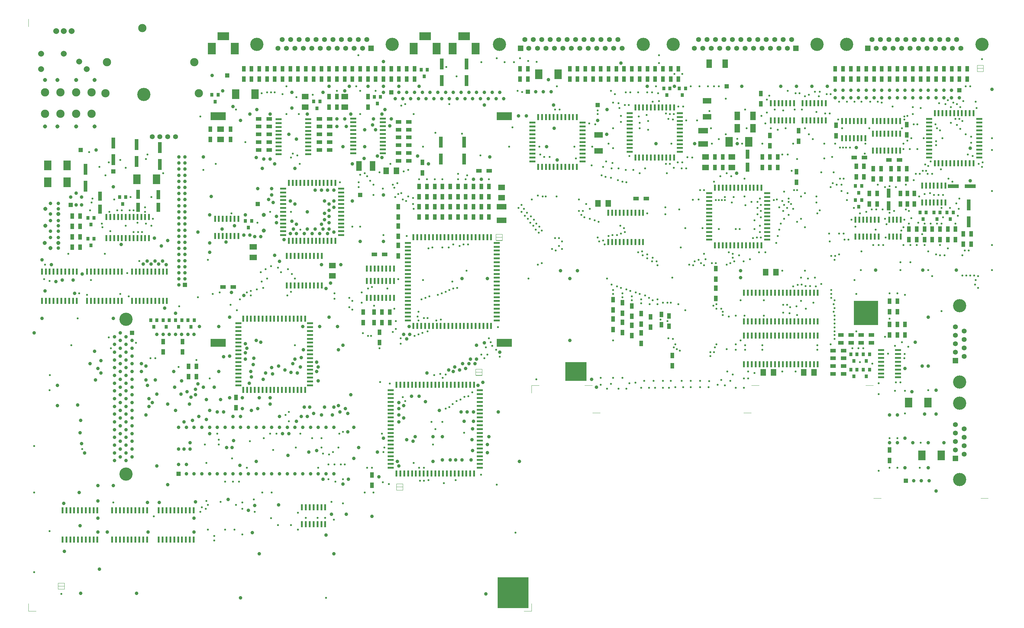
<source format=gbr>
G04 FAB 3000 Version 8.1.7 - Gerber/CAM Software*
G04 Gerber X2 Output*
%TF.GenerationSoftware,Numerical_Innovations,FAB3000,8.1.7*%
%TF.CreationDate,2019-06-14T15:02:10Z*%
%FSLAX24Y24*%
%MOIN*%
%TF.FileFunction,Soldermask,Top*%
%ADD11C,0.006850*%
%ADD12C,0.025689*%
%ADD13C,0.008563*%
%ADD14C,0.017126*%
%ADD15C,0.021407*%
%ADD16C,0.042815*%
%ADD17C,0.085630*%
%ADD18C,0.034252*%
%ADD19C,0.039335*%
%ADD20C,0.039281*%
%ADD21C,0.039270*%
%ADD22C,0.039350*%
%ADD23C,0.039290*%
%ADD24C,0.039300*%
%ADD25C,0.039320*%
%ADD26C,0.039400*%
%ADD27C,0.039200*%
%ADD28C,0.045139*%
%ADD29C,0.045084*%
%ADD30C,0.054570*%
%ADD31C,0.054590*%
%ADD32C,0.054580*%
%ADD33C,0.054620*%
%ADD34C,0.054640*%
%ADD35C,0.054630*%
%ADD36C,0.054560*%
%ADD37C,0.054600*%
%ADD38C,0.054700*%
%ADD39C,0.054680*%
%ADD40C,0.065485*%
%ADD41C,0.065539*%
%ADD42C,0.090983*%
%ADD43R,0.064230X0.064240*%
%ADD44R,0.064180X0.064180*%
%ADD45R,0.064240X0.064180*%
%ADD46R,0.064200X0.064180*%
%ADD47C,0.145550*%
%ADD48C,0.145620*%
%ADD49C,0.145570*%
%ADD50C,0.145560*%
%ADD51C,0.145600*%
%ADD52C,0.021809*%
%ADD53C,0.021860*%
%ADD54C,0.021870*%
%ADD55C,0.021800*%
%ADD56C,0.021820*%
%ADD57C,0.021880*%
%ADD58C,0.021790*%
%ADD59C,0.021900*%
%ADD60R,0.342500X0.342500*%
%ADD61R,0.046224X0.046220*%
%ADD62R,0.046230X0.046280*%
%ADD63R,0.046230X0.046230*%
%ADD64R,0.046280X0.046240*%
%ADD65R,0.046280X0.046220*%
%ADD66R,0.046280X0.046230*%
%ADD67R,0.046220X0.046230*%
%ADD68R,0.046220X0.046280*%
%ADD69R,0.046200X0.046280*%
%ADD70R,0.269690X0.269690*%
%ADD71R,0.068470X0.021370*%
%ADD72R,0.068470X0.021380*%
%ADD73R,0.068470X0.021430*%
%ADD74R,0.068470X0.021440*%
%ADD75R,0.068520X0.021380*%
%ADD76R,0.068520X0.021430*%
%ADD77R,0.068520X0.021420*%
%ADD78R,0.068530X0.021370*%
%ADD79R,0.068530X0.021380*%
%ADD80R,0.068530X0.021430*%
%ADD81R,0.068530X0.021440*%
%ADD82R,0.068470X0.021420*%
%ADD83R,0.068470X0.021390*%
%ADD84R,0.068470X0.021410*%
%ADD85R,0.068520X0.021440*%
%ADD86R,0.068520X0.021410*%
%ADD87R,0.068520X0.021390*%
%ADD88R,0.068520X0.021370*%
%ADD89R,0.068510X0.021370*%
%ADD90R,0.068510X0.021380*%
%ADD91R,0.068510X0.021430*%
%ADD92R,0.068510X0.021440*%
%ADD93R,0.068460X0.021370*%
%ADD94R,0.068460X0.021380*%
%ADD95R,0.068460X0.021430*%
%ADD96R,0.068460X0.021440*%
%ADD97R,0.068500X0.021370*%
%ADD98R,0.068500X0.021380*%
%ADD99R,0.068500X0.021430*%
%ADD100R,0.068500X0.021440*%
%ADD101R,0.021431X0.068530*%
%ADD102R,0.021376X0.068530*%
%ADD103R,0.021430X0.068470*%
%ADD104R,0.021375X0.068470*%
%ADD105R,0.021430X0.068520*%
%ADD106R,0.021377X0.068520*%
%ADD107R,0.021440X0.068530*%
%ADD108R,0.021440X0.068470*%
%ADD109R,0.021430X0.068510*%
%ADD110R,0.021440X0.068510*%
%ADD111R,0.021380X0.068510*%
%ADD112R,0.021370X0.068510*%
%ADD113R,0.021420X0.068530*%
%ADD114R,0.021390X0.068530*%
%ADD115R,0.021420X0.068510*%
%ADD116R,0.021390X0.068510*%
%ADD117R,0.021390X0.068520*%
%ADD118R,0.021420X0.068520*%
%ADD119R,0.021390X0.068470*%
%ADD120R,0.021370X0.068460*%
%ADD121R,0.021380X0.068460*%
%ADD122R,0.021370X0.068480*%
%ADD123R,0.021390X0.068480*%
%ADD124R,0.021430X0.068480*%
%ADD125R,0.021410X0.068480*%
%ADD126R,0.021380X0.068480*%
%ADD127R,0.021410X0.068520*%
%ADD128R,0.021410X0.068530*%
%ADD129R,0.021440X0.068480*%
%ADD130R,0.021430X0.068460*%
%ADD131R,0.021440X0.068460*%
%ADD132R,0.021410X0.068460*%
%ADD133R,0.021390X0.068460*%
%ADD134R,0.021440X0.068520*%
%ADD135R,0.021410X0.068510*%
%ADD136R,0.021410X0.068470*%
%ADD137R,0.021420X0.068470*%
%ADD138R,0.021500X0.068460*%
%ADD139R,0.021400X0.068460*%
%ADD140R,0.021400X0.068480*%
%ADD141R,0.021500X0.068480*%
%ADD142R,0.021400X0.068530*%
%ADD143R,0.034289X0.042800*%
%ADD144R,0.034233X0.042800*%
%ADD145R,0.034233X0.042810*%
%ADD146R,0.034290X0.042810*%
%ADD147R,0.034300X0.042810*%
%ADD148R,0.034220X0.042810*%
%ADD149R,0.034280X0.042800*%
%ADD150R,0.034280X0.042810*%
%ADD151R,0.034220X0.042820*%
%ADD152R,0.034290X0.042820*%
%ADD153R,0.034220X0.042860*%
%ADD154R,0.034300X0.042860*%
%ADD155R,0.034240X0.042860*%
%ADD156R,0.034300X0.042800*%
%ADD157R,0.034230X0.042860*%
%ADD158R,0.034200X0.042800*%
%ADD159R,0.034200X0.042810*%
%ADD160R,0.171280X0.085610*%
%ADD161R,0.171220X0.085610*%
%ADD162R,0.235510X0.205520*%
%ADD163R,0.085610X0.128410*%
%ADD164R,0.085670X0.128410*%
%ADD165R,0.085660X0.128410*%
%ADD166R,0.128410X0.085610*%
%ADD167R,0.128420X0.085610*%
%ADD168R,0.064230X0.042810*%
%ADD169R,0.064180X0.042810*%
%ADD170R,0.064230X0.042800*%
%ADD171R,0.064230X0.042820*%
%ADD172R,0.064180X0.042800*%
%ADD173R,0.064180X0.042820*%
%ADD174R,0.064180X0.042840*%
%ADD175R,0.064240X0.042800*%
%ADD176R,0.064240X0.042810*%
%ADD177R,0.064180X0.042860*%
%ADD178R,0.064240X0.042860*%
%ADD179R,0.064250X0.042860*%
%ADD180R,0.064250X0.042800*%
%ADD181R,0.064190X0.042810*%
%ADD182R,0.042805X0.064240*%
%ADD183R,0.042805X0.064180*%
%ADD184R,0.042805X0.064190*%
%ADD185R,0.042861X0.064190*%
%ADD186R,0.042861X0.064180*%
%ADD187R,0.042861X0.064240*%
%ADD188R,0.042860X0.064230*%
%ADD189R,0.042810X0.064230*%
%ADD190R,0.042820X0.064240*%
%ADD191R,0.042820X0.064180*%
%ADD192R,0.042800X0.064230*%
%ADD193R,0.042820X0.064230*%
%ADD194R,0.042800X0.064200*%
%ADD195R,0.042900X0.064240*%
%ADD196R,0.042900X0.064180*%
%ADD197R,0.042760X0.064240*%
%ADD198R,0.042760X0.064180*%
%ADD199R,0.042900X0.064230*%
%ADD200R,0.064230X0.077090*%
%ADD201R,0.064240X0.077100*%
%ADD202R,0.064230X0.077100*%
%ADD203R,0.064180X0.077040*%
%ADD204R,0.064230X0.077040*%
%ADD205R,0.077100X0.064240*%
%ADD206R,0.077100X0.064180*%
%ADD207R,0.077100X0.064190*%
%ADD208R,0.077090X0.064240*%
%ADD209R,0.077090X0.064190*%
%ADD210R,0.077040X0.064240*%
%ADD211R,0.077040X0.064180*%
%ADD212R,0.077030X0.064180*%
%ADD213R,0.077030X0.064240*%
%ADD214R,0.107040X0.064240*%
%ADD215R,0.107040X0.064230*%
%ADD216R,0.064230X0.107040*%
%ADD217R,0.080513X0.106990*%
%ADD218R,0.080512X0.107040*%
%ADD219R,0.080460X0.107040*%
%ADD220R,0.080510X0.107050*%
%ADD221R,0.080520X0.107050*%
%ADD222R,0.080500X0.107040*%
%ADD223R,0.080600X0.107050*%
%ADD224R,0.080500X0.107050*%
%ADD225R,0.080400X0.107040*%
%ADD226R,0.081320X0.064230*%
%ADD227R,0.094190X0.059890*%
%ADD228R,0.094190X0.059910*%
%ADD229R,0.094180X0.059960*%
%ADD230R,0.094180X0.059940*%
%ADD231R,0.059940X0.094180*%
%ADD232R,0.059900X0.094180*%
%ADD233R,0.059960X0.094180*%
%ADD234R,0.059900X0.094200*%
%ADD235R,0.059960X0.094200*%
%ADD236R,0.042810X0.098470*%
%ADD237R,0.042810X0.098420*%
%ADD238R,0.042800X0.098420*%
%ADD239R,0.042860X0.098480*%
%ADD240R,0.042800X0.098470*%
%ADD241R,0.042860X0.098420*%
%ADD242R,0.042860X0.098470*%
%ADD243R,0.124200X0.042800*%
%ADD244R,0.042806X0.124120*%
%ADD245R,0.042806X0.124190*%
%ADD246R,0.042800X0.124140*%
%ADD247R,0.042810X0.124140*%
%ADD248R,0.042810X0.124130*%
%ADD249R,0.042810X0.124180*%
%ADD250R,0.042800X0.124130*%
%ADD251R,0.042800X0.124180*%
%ADD253C,0.012844*%
%LPD*%
D53*
X91366Y44876D03*
D55*
X87256Y44961D03*
D52*
X80491Y44876D03*
X81433D03*
D56*
X83574D03*
X79035Y44961D03*
D19*
X18680Y45133D03*
D189*
X70044Y45107D03*
D183*
X72271Y45021D03*
D192*
X73127Y44850D03*
D182*
X71072Y44765D03*
X69017Y44816D03*
D192*
X67989Y45158D03*
D70*
X94851Y45167D03*
D48*
X13229Y44491D03*
D161*
X54939Y41879D03*
D60*
X55916Y14277D03*
D109*
X82674Y44234D03*
D130*
Y42693D03*
D103*
Y39525D03*
G36*
X82220Y37170D02*
G01X83076D01*
Y37162D01*
X82220D01*
G37*
G36*
Y37170D02*
G01X83076D01*
Y37162D01*
X82220D01*
G37*
D20*
X23290Y34259D03*
D23*
X22948Y36999D03*
D160*
X23393Y41879D03*
D20*
X23290Y32547D03*
Y27410D03*
D52*
X57457Y56263D03*
X57542Y55578D03*
D20*
X29627Y51554D03*
D19*
X29799Y55150D03*
Y55835D03*
D20*
X29627Y61657D03*
X20893Y36143D03*
X19266Y36229D03*
D19*
X16612D03*
X13871Y36143D03*
D20*
X12587D03*
D19*
X11945Y35715D03*
D52*
X56001Y72872D03*
D54*
X55830Y65681D03*
D52*
X12245Y56520D03*
D219*
X16569Y59944D03*
X14428D03*
D104*
X13614Y53438D03*
D19*
X17125Y52581D03*
D226*
X27230Y52470D03*
D19*
X19609Y33146D03*
X20550Y33318D03*
X22092Y33403D03*
D24*
X21235Y33746D03*
D20*
X22434Y32547D03*
X13229Y32290D03*
X12587Y33574D03*
Y32718D03*
D19*
X13871D03*
D20*
X13229Y33146D03*
D19*
X13871Y33574D03*
X19009Y32547D03*
D20*
X19865D03*
X20722D03*
D19*
X21578D03*
X15413Y33917D03*
D20*
X13229Y34003D03*
X22434Y34431D03*
D19*
X18667D03*
D23*
X20222Y35130D03*
D19*
X22092Y35629D03*
D20*
X20379Y35886D03*
X15755Y35715D03*
D19*
X16098Y35287D03*
D20*
X17810Y35116D03*
X15755Y34859D03*
X12587Y35287D03*
Y34431D03*
D19*
X13871D03*
D20*
X13229Y34859D03*
D19*
X13871Y35287D03*
D20*
X13229Y35715D03*
X51463Y32376D03*
D91*
X52242Y32359D03*
D80*
X42429D03*
D53*
X47335D03*
D55*
X48140Y38027D03*
D20*
X27058Y38112D03*
D78*
X33502Y38048D03*
D71*
X25624D03*
D101*
X33909Y21845D03*
D105*
Y23729D03*
D55*
X25346Y67650D03*
D220*
X25303Y69362D03*
D163*
X25226Y74396D03*
D53*
X83745Y66109D03*
D32*
X83848Y75390D03*
D39*
X100186D03*
D189*
X95733Y71015D03*
Y72162D03*
D35*
X95519Y75390D03*
D32*
X95990Y74431D03*
D20*
X95733Y68934D03*
Y69790D03*
D192*
X105153Y72162D03*
Y71015D03*
D140*
X105000Y67253D03*
D69*
X105153Y69790D03*
D37*
X104853Y75390D03*
D24*
X105152Y68934D03*
D188*
X38190Y71015D03*
Y72162D03*
D74*
X38276Y66665D03*
D73*
Y66237D03*
Y65809D03*
Y65381D03*
Y64953D03*
D84*
Y64525D03*
D83*
Y64097D03*
Y63669D03*
D71*
Y63241D03*
D32*
X38378Y74414D03*
D47*
X27649Y74842D03*
D34*
X34183Y75373D03*
D30*
X33249D03*
D31*
X32316D03*
D32*
X31382D03*
X30449D03*
X37916D03*
D35*
X36983D03*
D30*
X36049D03*
D32*
X35116D03*
D189*
X69017Y71015D03*
Y72162D03*
D19*
X59812Y70946D03*
D188*
X64735Y71015D03*
D192*
X65592D03*
D189*
X66448D03*
X67304D03*
D192*
X68161D03*
D189*
X63879D03*
X63023D03*
D188*
X62166D03*
X57542D03*
D189*
X56686D03*
D30*
X67467Y75390D03*
D34*
X66534D03*
D31*
X65600D03*
D30*
X64667D03*
D35*
X57208D03*
D31*
X58142D03*
X59075D03*
D30*
X60009D03*
D31*
X60942D03*
X61875D03*
X62800D03*
X63733D03*
D55*
X77580Y67479D03*
D231*
X77563Y72701D03*
D230*
X77323Y66862D03*
D229*
Y68609D03*
D30*
Y75390D03*
D35*
X77785Y74431D03*
D55*
X89653Y69105D03*
D129*
X89568Y66451D03*
D134*
Y68335D03*
D49*
X89448Y74859D03*
D193*
X100014Y72162D03*
D189*
X99158D03*
X98302D03*
X97445D03*
X96589D03*
D32*
X99252Y75390D03*
D30*
X96923Y74431D03*
D31*
X97856D03*
D32*
X98790D03*
X99723D03*
X96452Y75390D03*
X97386D03*
D30*
X98319D03*
D192*
X100872Y72162D03*
X101728D03*
X102584D03*
D199*
X103440D03*
D192*
X104297D03*
D37*
X100649Y74431D03*
X101582D03*
X101120Y75390D03*
X102053D03*
D38*
X102986D03*
D37*
X103920D03*
X104382Y74431D03*
X103449D03*
D38*
X102515D03*
D24*
X101727Y44705D03*
Y39311D03*
Y30835D03*
Y28095D03*
D225*
X101685Y35287D03*
D59*
X101727Y36657D03*
D26*
X102584D03*
D51*
X105170Y35201D03*
Y37564D03*
D46*
X104725Y39910D03*
D37*
X105684Y43172D03*
Y42239D03*
Y41314D03*
Y40381D03*
X104725Y42710D03*
Y43643D03*
Y41777D03*
Y40843D03*
D65*
X24387Y71417D03*
D42*
X20756Y72890D03*
X11123D03*
D28*
X9761Y70903D03*
X7706D03*
X5651D03*
D29*
X4281D03*
D20*
X22708Y71417D03*
D41*
X6362Y73806D03*
D40*
X3835D03*
Y72119D03*
D41*
X8888D03*
X8049Y72958D03*
D165*
X22691Y74396D03*
D166*
X23959Y75741D03*
D42*
X15027Y76640D03*
G36*
X2466Y77654D02*
G01Y76798D01*
X2458D01*
Y77654D01*
G37*
G36*
X2462Y77658D02*
G01X3318D01*
Y77650D01*
X2462D01*
G37*
G36*
Y77658D02*
G01X3318D01*
Y77650D01*
X2462D01*
G37*
G36*
X2466Y77654D02*
G01Y76798D01*
X2458D01*
Y77654D01*
G37*
D40*
X7201Y76331D03*
D41*
X6362D03*
X5523D03*
D160*
X23393Y66922D03*
D19*
X13871Y29294D03*
D20*
X12587D03*
D55*
X21921Y30664D03*
D19*
X19009Y30150D03*
X19609D03*
D20*
X20293D03*
Y30835D03*
X22434Y31862D03*
D19*
X13871D03*
D20*
X13229Y31434D03*
D19*
X13871Y31006D03*
D20*
X13229Y30578D03*
D19*
X13871Y30150D03*
D20*
X13229Y29722D03*
X12587Y31862D03*
Y31006D03*
Y30150D03*
D19*
X37420Y34602D03*
D24*
X30141Y33746D03*
Y32547D03*
D53*
X39903Y42650D03*
D52*
X32025Y69020D03*
D221*
X27444Y69362D03*
D209*
X37334Y69080D03*
D207*
X32967D03*
D184*
X36478D03*
D185*
X35621D03*
D56*
X42386Y61657D03*
D187*
X42300Y45278D03*
D20*
X35621Y55835D03*
D73*
X36931Y55920D03*
D76*
X30543D03*
D20*
X36649Y41109D03*
D19*
X32795D03*
D20*
X26545Y41280D03*
D21*
X36135Y58746D03*
Y57547D03*
Y56862D03*
D20*
X31511Y67821D03*
D189*
X45040Y71015D03*
X44184D03*
D188*
X43328D03*
D192*
X42472D03*
D189*
X41615D03*
D188*
X40759D03*
D192*
X39903D03*
X39047D03*
D148*
X46111Y71314D03*
D52*
X44955Y67136D03*
D53*
X39047D03*
D19*
X41444D03*
D20*
X48980Y28951D03*
D19*
X49579D03*
X50264D03*
X51292D03*
X48123D03*
X47096Y28780D03*
D23*
X43157D03*
D52*
X49322Y47872D03*
Y52753D03*
D79*
X44304Y49499D03*
D54*
X49236Y35116D03*
D20*
X43842Y34944D03*
D124*
X53492Y53549D03*
X53064D03*
X52636D03*
D122*
X52208D03*
X51780D03*
D126*
X51351D03*
D124*
X50923D03*
X50495D03*
X50067D03*
D122*
X49639D03*
G36*
X54011Y53503D02*
G01Y53886D01*
X54052Y53845D01*
Y53543D01*
G37*
G36*
X54011Y53886D02*
G01X54737D01*
X54697Y53845D01*
X54052D01*
G37*
G36*
X54737Y53886D02*
G01Y53523D01*
X54697D01*
Y53845D01*
G37*
D53*
X49750Y47958D03*
D19*
X50264Y48985D03*
D91*
X54117Y48215D03*
Y47787D03*
Y47359D03*
Y46931D03*
Y46503D03*
Y46075D03*
Y45647D03*
Y45218D03*
D20*
X53090Y48985D03*
D90*
X54117Y48643D03*
D89*
Y49071D03*
D56*
X83574Y46588D03*
D201*
X83771Y49670D03*
D182*
X83403Y61254D03*
D102*
X83531Y47402D03*
D20*
X66277Y67650D03*
X66234Y64910D03*
D52*
X71928Y69448D03*
X69702Y69534D03*
X70729D03*
X71243D03*
D56*
X83146Y57804D03*
D52*
X76381Y57718D03*
X63194D03*
D56*
X57970D03*
D170*
X70618Y57804D03*
X69471D03*
D189*
X96504Y59970D03*
D184*
Y61117D03*
D204*
X89114Y38626D03*
X87967D03*
D203*
X84661D03*
X83514D03*
D176*
X92368Y38455D03*
D181*
X91220D03*
D80*
X96504Y38497D03*
D95*
X98388D03*
D140*
X102431Y67253D03*
X102860D03*
X103288D03*
X103716D03*
X104144D03*
X104572D03*
D192*
X106008Y71015D03*
Y72162D03*
G36*
X109370Y77650D02*
G01X108514D01*
Y77658D01*
X109370D01*
G37*
G36*
X109374Y77654D02*
G01Y76798D01*
X109365D01*
Y77654D01*
G37*
G36*
X109374D02*
G01Y76798D01*
X109365D01*
Y77654D01*
G37*
G36*
X109370Y77650D02*
G01X108514D01*
Y77658D01*
X109370D01*
G37*
G36*
X107807Y71825D02*
G01X107101D01*
X107142Y71865D01*
X107807D01*
G37*
G36*
X107101Y71825D02*
G01Y72188D01*
X107142D01*
Y71865D01*
G37*
G36*
X107101Y72188D02*
G01Y72550D01*
X107142Y72510D01*
Y72188D01*
G37*
G36*
X107101Y72550D02*
G01X107827D01*
X107786Y72510D01*
X107142D01*
G37*
G36*
X107827Y72550D02*
G01Y72188D01*
X107786D01*
Y72510D01*
G37*
G36*
X107827Y72188D02*
G01Y71845D01*
X107786D01*
Y72188D01*
G37*
G36*
X107807Y72167D02*
G01X107122D01*
Y72208D01*
X107807D01*
G37*
D38*
X105315Y74431D03*
D51*
X107653Y74859D03*
D55*
X107636Y73215D03*
D185*
X8134Y52436D03*
D184*
X7278D03*
D143*
X9347Y52637D03*
D19*
X5737Y52333D03*
D28*
X4880D03*
D52*
X3082Y16537D03*
G36*
X2458Y12235D02*
G01Y13091D01*
X2466D01*
Y12235D01*
G37*
G36*
X2462Y12239D02*
G01X3318D01*
Y12231D01*
X2462D01*
G37*
G36*
X2458Y12235D02*
G01Y13091D01*
X2466D01*
Y12235D01*
G37*
G36*
X2462Y12239D02*
G01X3318D01*
Y12231D01*
X2462D01*
G37*
G36*
X5717Y14653D02*
G01Y14996D01*
X5757D01*
Y14653D01*
G37*
G36*
X5717Y14996D02*
G01Y15358D01*
X5757Y15318D01*
Y14996D01*
G37*
G36*
X5717Y15358D02*
G01X6442D01*
X6401Y15318D01*
X5757D01*
G37*
G36*
X6442Y15358D02*
G01Y14996D01*
X6401D01*
Y15318D01*
G37*
G36*
X6442Y14996D02*
G01Y14633D01*
X6401Y14674D01*
Y14996D01*
G37*
G36*
X6442Y14633D02*
G01X5737D01*
Y14674D01*
X6401D01*
G37*
G36*
X5737Y15016D02*
G01X6421D01*
Y14976D01*
X5737D01*
G37*
D52*
X6079Y14140D03*
D53*
X8391Y30150D03*
D20*
X8648Y29722D03*
D19*
X8305Y30749D03*
D20*
X8134Y31948D03*
X8220Y33318D03*
D19*
X7877Y35030D03*
X11945Y28866D03*
Y29722D03*
Y30578D03*
Y31434D03*
Y32290D03*
Y33146D03*
Y34003D03*
Y34859D03*
X4281Y47616D03*
D101*
X6936Y46503D03*
D102*
X6507D03*
X6079D03*
X5651D03*
D101*
X5223D03*
X4795D03*
X4367D03*
D102*
X3938D03*
D101*
X7364D03*
D20*
X7535Y47359D03*
D101*
X7792Y46503D03*
D54*
X13529Y47016D03*
D53*
X8905Y47188D03*
D52*
X12587Y47273D03*
X8049Y47359D03*
D102*
X12758Y46503D03*
D101*
X12330D03*
D107*
X11902D03*
D101*
X8905D03*
X9333D03*
X9761D03*
D102*
X10189D03*
X10617D03*
D101*
X11046D03*
X11474D03*
D53*
X13357Y49585D03*
D54*
X9333Y48814D03*
X10874Y51725D03*
D19*
X8391Y49499D03*
D102*
X12758Y49756D03*
D101*
X8905D03*
X12330D03*
D107*
X11902D03*
D101*
X11474D03*
X11046D03*
D102*
X10617D03*
X10189D03*
D101*
X9761D03*
X9333D03*
D53*
X29199Y50355D03*
D21*
X19716Y50289D03*
D19*
X19042D03*
D113*
X13871Y46503D03*
D102*
X14300D03*
X14728D03*
D114*
X15156D03*
D113*
X15584D03*
D101*
X16012D03*
X16440D03*
D102*
X14728Y49756D03*
X14300D03*
D113*
X13871D03*
D114*
X15156D03*
D113*
X15584D03*
D101*
X16012D03*
X16440D03*
D102*
X16869Y46503D03*
Y49756D03*
D57*
X22092Y24414D03*
D20*
X20893Y24328D03*
X16868Y24242D03*
D19*
X15584D03*
D57*
X22092Y28609D03*
D20*
X19865Y28438D03*
D19*
X19009D03*
X16612Y28266D03*
D20*
X17810Y26212D03*
D48*
X13229Y27367D03*
D20*
X22434Y27410D03*
D19*
X21578D03*
D20*
X20722D03*
X19865D03*
X13229Y28866D03*
D64*
X19009Y27410D03*
D103*
X17682Y23386D03*
D104*
X17254D03*
X16826D03*
D105*
X18538Y20133D03*
X18110D03*
X17682D03*
D106*
X17254D03*
X16826D03*
D103*
X18110Y23386D03*
X18538D03*
D187*
X8134Y55895D03*
D182*
X7278D03*
D145*
X9689Y55694D03*
X9004D03*
D109*
X11046Y55766D03*
X11474D03*
D110*
X11902D03*
D109*
X12330D03*
D111*
X12758D03*
D112*
X13186D03*
D111*
X13614D03*
D109*
X14043D03*
X14471D03*
X14899D03*
D111*
X15327D03*
D112*
X15755D03*
D103*
X25602Y55578D03*
X25174D03*
X24746D03*
X24318D03*
D19*
X19042Y55680D03*
D21*
X19716D03*
D108*
X23034Y55578D03*
D104*
X23462D03*
X23890D03*
D19*
X21150Y54123D03*
D101*
X29563Y44555D03*
D20*
X27058Y34431D03*
D103*
X26994Y36678D03*
D20*
X29113Y35116D03*
Y35801D03*
D19*
X28343Y37855D03*
D20*
X27914Y35801D03*
D19*
X27743Y34602D03*
D104*
X28279Y36678D03*
X28707D03*
D24*
X27572Y32547D03*
D19*
X29285D03*
D23*
X28428D03*
D103*
X27850Y36678D03*
X27422D03*
D108*
X29991D03*
D103*
X29563D03*
X29135D03*
D21*
X36135Y54123D03*
D206*
X35964Y50415D03*
D205*
Y49268D03*
D20*
X31682Y54465D03*
X31511Y55321D03*
D117*
X31597Y53155D03*
D54*
X31426Y56348D03*
Y62342D03*
D52*
X32110Y62598D03*
D19*
X31854Y57205D03*
X31340Y57547D03*
X31854Y61143D03*
D75*
X30543Y58917D03*
D76*
Y58489D03*
Y58061D03*
D77*
Y57633D03*
D76*
Y57205D03*
Y56777D03*
Y56348D03*
D103*
X31168Y59542D03*
D119*
X31597D03*
D104*
X32025D03*
D53*
X32367Y61657D03*
D103*
X32453Y59542D03*
D20*
X34080Y58746D03*
D23*
X34765D03*
D19*
X35450D03*
D20*
X35107Y57547D03*
X35621Y57205D03*
Y56520D03*
X35107Y56177D03*
D103*
X35878Y59542D03*
X35450D03*
X35022D03*
D20*
X33224Y56349D03*
D103*
X32881Y59542D03*
X33309D03*
X33737D03*
D104*
X34166D03*
X34594D03*
D21*
X33738Y53951D03*
D105*
X33737Y53155D03*
D183*
X40331Y26151D03*
G36*
X43776Y26317D02*
G01Y25955D01*
X43736D01*
Y26277D01*
G37*
G36*
X43051Y25955D02*
G01Y26317D01*
X43091Y26277D01*
Y25955D01*
G37*
D53*
X41615Y53780D03*
X39047Y54722D03*
D55*
X38190D03*
D175*
X40614Y51640D03*
D172*
X41761D03*
D73*
X36931Y55492D03*
Y55064D03*
Y54636D03*
Y54208D03*
Y53780D03*
D19*
X39047Y53095D03*
X41615D03*
D105*
X36306Y53155D03*
D101*
X41059Y50099D03*
D124*
Y46845D03*
D105*
Y48729D03*
D53*
X42043Y47872D03*
D182*
X41444Y45278D03*
D125*
X41487Y46845D03*
D124*
X41915D03*
D123*
X42343D03*
D127*
X41487Y48729D03*
D105*
X41915D03*
D117*
X42343D03*
D114*
Y50099D03*
D101*
X41915D03*
D128*
X41487D03*
D20*
X49322Y38712D03*
D102*
X49211Y43737D03*
D53*
X51398Y36421D03*
D56*
X41230Y37556D03*
D120*
X46051Y37265D03*
D121*
X45623D03*
D130*
X45195D03*
X44767D03*
X44338D03*
D121*
X43910D03*
X43054D03*
D120*
X43482D03*
D52*
X42305Y37389D03*
D78*
X42429Y36640D03*
D121*
X46479Y37265D03*
D130*
X46907D03*
D131*
X47335D03*
D20*
X52062Y37170D03*
X52576Y37513D03*
D121*
X51617Y37265D03*
D120*
X51189D03*
D130*
X50760D03*
X50332D03*
X49904D03*
X49476D03*
D121*
X49048D03*
D89*
X52242Y36640D03*
D130*
X47763Y37265D03*
D121*
X48192D03*
D120*
X48620D03*
D20*
X43328Y28266D03*
G36*
X43051Y26317D02*
G01X43776D01*
X43736Y26277D01*
X43091D01*
G37*
D104*
X43482Y27453D03*
D52*
X54117Y26211D03*
D53*
X49579Y26725D03*
D103*
X49476Y27453D03*
X49904D03*
X50332D03*
X50760D03*
D104*
X51189D03*
X51617D03*
D52*
X52366Y27329D03*
D89*
X52242Y28506D03*
D90*
Y28078D03*
D52*
X53604Y41537D03*
D21*
X51891Y41623D03*
D52*
X53432Y41965D03*
D54*
X53261Y42393D03*
D19*
X52747Y41879D03*
D102*
X49639Y43737D03*
D101*
X50067D03*
X50495D03*
D92*
X54117Y44790D03*
D91*
Y44362D03*
D53*
X54241Y43613D03*
D101*
X53492Y43737D03*
X53064D03*
X52636D03*
D102*
X52208D03*
X51780D03*
X51351D03*
D101*
X50923D03*
D53*
X58827Y63540D03*
D23*
X59597D03*
D22*
X60454Y65595D03*
D79*
X58054Y66204D03*
Y65776D03*
D78*
Y65348D03*
D80*
Y64919D03*
Y64491D03*
Y64063D03*
Y63635D03*
Y63207D03*
D52*
X68246Y54122D03*
D57*
X68417Y47787D03*
D55*
X73384Y63883D03*
X70815Y65424D03*
D215*
X76889Y63833D03*
D95*
X74302Y63400D03*
Y63828D03*
Y64256D03*
D94*
Y64684D03*
D93*
Y65112D03*
D19*
X71671Y63883D03*
D20*
X75953D03*
D95*
X74302Y62972D03*
D55*
X69873Y65595D03*
D214*
X76889Y65323D03*
D94*
X74302Y65540D03*
D52*
X74497Y61143D03*
D53*
X90938Y41708D03*
X80148Y51297D03*
Y51725D03*
D30*
X86194Y74431D03*
D35*
X85252D03*
D34*
X84781Y75390D03*
D30*
X85715D03*
D32*
X86648D03*
X84319Y74431D03*
D45*
X87119D03*
D53*
X86828Y63883D03*
X83403Y41109D03*
Y41622D03*
D109*
X84387Y44234D03*
X83959D03*
D111*
X83531D03*
D112*
X83103D03*
D120*
Y42693D03*
D121*
X83531D03*
D130*
X83959D03*
D104*
X83103Y39525D03*
X83531D03*
D103*
X83959D03*
X84387D03*
D130*
Y42693D03*
D55*
X85629Y38711D03*
D103*
X84815Y39525D03*
X85243D03*
D104*
X85672D03*
X86100D03*
D121*
Y42693D03*
D120*
X85672D03*
D130*
X85243D03*
D111*
X86100Y44234D03*
D112*
X85672D03*
D109*
X85243D03*
X84815D03*
D130*
Y42693D03*
D55*
X87085Y38711D03*
D103*
X86528Y39525D03*
D108*
X86956D03*
D103*
X87384D03*
X87812D03*
D109*
Y44234D03*
X87384D03*
D110*
X86956D03*
D109*
X86528D03*
D130*
Y42693D03*
D131*
X86956D03*
D130*
X87384D03*
X87812D03*
D57*
X89482Y41622D03*
Y41109D03*
D104*
X88241Y39525D03*
D119*
X88669D03*
X89097D03*
D112*
X88241Y44234D03*
D116*
X88669D03*
X89097D03*
D135*
X89525D03*
D120*
X88241Y42693D03*
D133*
X88669D03*
X89097D03*
D132*
X89525D03*
D136*
Y39525D03*
D101*
X94962Y55492D03*
D102*
X95391D03*
X95819D03*
X96247D03*
X93678D03*
D101*
X94106D03*
D80*
X83942Y55835D03*
D101*
X94534Y55492D03*
D53*
X90938Y69362D03*
X90510D03*
X93079Y63455D03*
D20*
X93164Y68934D03*
D105*
X93079Y64482D03*
D103*
Y66366D03*
D55*
X97788Y67992D03*
D58*
X100015Y67907D03*
D104*
X96889Y66366D03*
D103*
X96461D03*
X96033D03*
D104*
X96889Y64996D03*
D103*
X96461D03*
X96033D03*
D101*
Y63112D03*
X96461D03*
D102*
X96889D03*
X97317D03*
D104*
Y66366D03*
Y64996D03*
D59*
X103354Y55749D03*
Y58232D03*
D142*
X103288Y61730D03*
D59*
X100357Y60544D03*
D198*
X100186Y58378D03*
D197*
Y57230D03*
D196*
X100443Y54439D03*
D195*
Y53292D03*
D59*
X106351Y49328D03*
D24*
Y59773D03*
D243*
X106334Y59174D03*
D195*
X106437Y52778D03*
D196*
Y53925D03*
D186*
X8134Y54747D03*
Y53583D03*
D183*
X7278D03*
Y54747D03*
D29*
X4324Y54807D03*
D28*
X5737Y52924D03*
X4255D03*
D19*
X5737Y53515D03*
X4880D03*
Y54217D03*
X5737D03*
Y54807D03*
Y55398D03*
X4880D03*
D52*
X13186Y54807D03*
D54*
X11474Y54208D03*
D52*
X10617Y54636D03*
X10532Y55064D03*
D20*
X12673Y52753D03*
D143*
X9347Y54949D03*
D144*
X9689Y53382D03*
D103*
X11046Y53438D03*
X11474D03*
D108*
X11902D03*
D103*
X12330D03*
D104*
X13186D03*
X12758D03*
D144*
X9004Y53382D03*
D52*
X29114Y56348D03*
X24832Y56177D03*
D20*
X29456Y57376D03*
D21*
X28942Y57718D03*
D19*
X29285Y58232D03*
Y58917D03*
D21*
X26373Y56006D03*
D20*
X22434D03*
D19*
X22606Y58061D03*
X27743Y58917D03*
D28*
X28428Y56006D03*
D65*
X27743Y57205D03*
D55*
X20979Y39996D03*
D52*
X14300Y41879D03*
D53*
X15926Y40167D03*
X16440D03*
D183*
X19437Y40878D03*
D186*
X17297D03*
D20*
X13229Y39996D03*
X12587Y40424D03*
Y41280D03*
D19*
X13871Y40424D03*
D20*
X13229Y40852D03*
D19*
X13871Y41280D03*
D20*
X13229Y41708D03*
D189*
X19437Y42025D03*
D188*
X17297D03*
D20*
X12587Y42136D03*
D19*
X13871D03*
D55*
X69873Y66194D03*
X70815Y66366D03*
X69787Y66879D03*
D53*
X70644Y67051D03*
D52*
X71329Y68506D03*
D120*
X71540Y67873D03*
D130*
X71112D03*
X70684D03*
X70256D03*
X69828D03*
D120*
X69399D03*
D53*
X72014Y68592D03*
D121*
X71968Y67873D03*
D55*
X101985Y55064D03*
X101898Y58403D03*
X101985Y61914D03*
D183*
X102156Y54439D03*
D182*
Y53292D03*
D139*
X101899Y57376D03*
D100*
X101810Y62351D03*
D140*
X101899Y59259D03*
D52*
X58484Y37855D03*
D55*
X56172Y20903D03*
D20*
X56600Y28780D03*
G36*
X57966Y12231D02*
G01X57110D01*
Y12239D01*
X57966D01*
G37*
G36*
X57970Y37166D02*
G01Y36310D01*
X57962D01*
Y37166D01*
G37*
G36*
Y12235D02*
G01Y13091D01*
X57970D01*
Y12235D01*
G37*
G36*
Y37166D02*
G01Y36310D01*
X57962D01*
Y37166D01*
G37*
G36*
X57966Y12231D02*
G01X57110D01*
Y12239D01*
X57966D01*
G37*
G36*
Y37170D02*
G01X58823D01*
Y37162D01*
X57966D01*
G37*
G36*
Y37170D02*
G01X58823D01*
Y37162D01*
X57966D01*
G37*
G36*
X57962Y12235D02*
G01Y13091D01*
X57970D01*
Y12235D01*
G37*
D56*
X26373Y64054D03*
D168*
X29002Y63198D03*
D170*
Y64054D03*
D73*
X30055Y63155D03*
Y64439D03*
Y64011D03*
Y63583D03*
D168*
X27855Y63198D03*
D170*
Y64054D03*
D20*
X31169Y64910D03*
D73*
X30055Y64867D03*
D170*
X27855Y64910D03*
X29002D03*
D53*
X30912Y67136D03*
D20*
X29113D03*
D19*
X27658Y67650D03*
D20*
X26887Y67136D03*
D21*
X25859Y66451D03*
D73*
X30055Y66580D03*
Y66152D03*
Y65723D03*
Y65295D03*
D171*
X27855Y65766D03*
D168*
Y66623D03*
X29002D03*
D171*
Y65766D03*
D21*
X37163Y63540D03*
D20*
X32025Y64396D03*
D172*
X35681Y64910D03*
D80*
X33309Y65723D03*
Y65295D03*
Y64867D03*
Y64439D03*
Y64011D03*
Y63583D03*
Y63155D03*
D169*
X34534Y63198D03*
X35681D03*
D172*
Y64054D03*
X34534D03*
Y64910D03*
D19*
X36478Y65766D03*
X37505D03*
D173*
X34534D03*
X35681D03*
D53*
X32282Y67136D03*
D19*
X38019D03*
X37334Y66623D03*
X36478D03*
D20*
X33224Y67136D03*
D208*
X37334Y67932D03*
D205*
X32967D03*
D187*
X35621D03*
D182*
X36478D03*
D169*
X35681Y66623D03*
X34534D03*
D80*
X33309Y66152D03*
Y66580D03*
D150*
X34265Y67791D03*
D145*
X33922Y68536D03*
X34607D03*
D53*
X45982Y63540D03*
D19*
X39560D03*
D86*
X41530Y64525D03*
D87*
Y64097D03*
Y63669D03*
D88*
Y63241D03*
D169*
X43268Y64568D03*
Y63712D03*
X44415D03*
Y64568D03*
D76*
X41530Y64953D03*
D19*
X39560Y65424D03*
D20*
X40759D03*
X42300Y65852D03*
D19*
X40416Y65938D03*
X42472Y66623D03*
X40502D03*
D76*
X41530Y65381D03*
Y65809D03*
Y66237D03*
D85*
Y66665D03*
D172*
X43268Y66280D03*
Y65424D03*
X44415D03*
Y66280D03*
D145*
X93520Y39880D03*
D53*
X95562Y39568D03*
D52*
X94192Y39739D03*
D57*
X94534Y41280D03*
D53*
X94020D03*
D56*
X93764Y43164D03*
D178*
X95450Y42735D03*
D175*
Y41879D03*
D147*
X94890Y39880D03*
D154*
X93863Y40625D03*
D153*
X94548D03*
D148*
Y38913D03*
D147*
X93863D03*
D145*
X95233D03*
D157*
Y40625D03*
D177*
X94303Y42735D03*
D172*
Y41879D03*
D52*
X22434Y37941D03*
D53*
X19009Y39225D03*
D20*
X20893Y36742D03*
D19*
X18581Y36999D03*
D20*
X21749D03*
D19*
X21150Y37342D03*
D20*
X19352Y37684D03*
D19*
X18495Y38712D03*
D20*
X19951Y36485D03*
D183*
X20122Y38138D03*
X20979D03*
Y39285D03*
X20122D03*
D33*
X31854Y74414D03*
D32*
X30920D03*
X29987D03*
X32787D03*
X33720D03*
D34*
X34654D03*
D32*
X35578D03*
D33*
X36512D03*
D30*
X37445D03*
D192*
X37334Y72162D03*
X36478D03*
D188*
X35621D03*
D192*
X34765D03*
D193*
X33909D03*
D189*
X33053D03*
D192*
X27915D03*
X27058D03*
X26202D03*
X28771D03*
X29627D03*
D189*
X30484D03*
X31340D03*
D192*
X32196D03*
D52*
X41187Y41280D03*
D53*
X43499Y41794D03*
Y42393D03*
D56*
X40245Y42650D03*
D53*
X42643Y43078D03*
X42985Y43420D03*
Y44277D03*
D20*
X43842Y42821D03*
X44184Y42307D03*
D192*
X41187Y41905D03*
Y43052D03*
D188*
X42300Y44131D03*
D189*
X41444D03*
X40588D03*
D23*
X44441Y43677D03*
D19*
X44527Y42821D03*
D81*
X44304Y44790D03*
D80*
Y44362D03*
D55*
X39346Y42949D03*
D53*
X31854Y41622D03*
D21*
X37163Y41623D03*
D80*
X33502Y42757D03*
Y42329D03*
Y41901D03*
Y41473D03*
Y43185D03*
D20*
X35621Y44705D03*
X34594Y43677D03*
X36563D03*
D81*
X33502Y44041D03*
D80*
Y43613D03*
D21*
X32710Y43677D03*
D107*
X29991Y44555D03*
D101*
X30419D03*
D102*
X30847D03*
X31276D03*
D101*
X31704D03*
X32132D03*
X32560D03*
X32988D03*
D189*
X39389Y44131D03*
D54*
X43585Y58403D03*
D55*
X42900Y57975D03*
D52*
X43242Y58318D03*
X42814Y59003D03*
D53*
X42643Y59345D03*
D57*
X43157Y59516D03*
D200*
X43045Y60886D03*
D182*
X43243Y56922D03*
D189*
Y55775D03*
D102*
X42771Y50099D03*
D173*
X43268Y61999D03*
D189*
X43243Y51494D03*
D183*
Y52641D03*
D189*
Y53634D03*
D183*
Y54782D03*
D52*
X43842Y60801D03*
X43756Y57718D03*
D53*
X38841Y73643D03*
D19*
X41615Y72958D03*
D43*
X40245Y74414D03*
D31*
X39312D03*
X38849Y75373D03*
D30*
X39783D03*
D192*
X42472Y72162D03*
D189*
X41615D03*
D188*
X40759D03*
D192*
X39903D03*
X39047D03*
D49*
X42583Y74842D03*
D143*
X45768Y72059D03*
D144*
X46453D03*
D163*
X44955Y74396D03*
D166*
X46222Y75741D03*
D189*
X45040Y72162D03*
X44184D03*
D188*
X43328D03*
D55*
X48808Y52410D03*
D53*
X48123D03*
X47010D03*
D57*
X46582Y52324D03*
D126*
X49211Y53549D03*
X48783D03*
D124*
X48354D03*
X47926D03*
X45357D03*
D129*
X45785D03*
D122*
X46214D03*
D126*
X46642D03*
D122*
X47070D03*
D124*
X47498D03*
D182*
X48979Y56922D03*
D189*
Y55775D03*
D192*
X48123D03*
D182*
X45554Y56922D03*
X46410D03*
X47267D03*
X48123D03*
D189*
X45554Y55775D03*
X46410D03*
D192*
X47267D03*
D53*
X50692Y59944D03*
D55*
X49836D03*
D52*
X50863Y60372D03*
D55*
X49836Y60544D03*
D182*
Y59148D03*
X50692D03*
D192*
X49836Y55775D03*
X50692D03*
D182*
Y56922D03*
X49836D03*
Y58001D03*
X50692D03*
D20*
X51548Y59944D03*
D182*
Y59148D03*
D192*
Y55775D03*
D182*
Y56922D03*
Y58001D03*
D54*
X56686Y73301D03*
D55*
X57585Y73001D03*
D56*
X58527Y72915D03*
D219*
X60882Y71545D03*
D218*
X58741D03*
D32*
X58604Y74431D03*
X57662D03*
D35*
X59538D03*
D30*
X60471D03*
D32*
X61404D03*
D44*
X56737D03*
D189*
X56686Y72162D03*
D188*
X57542D03*
D32*
X62338Y74431D03*
D188*
X62166Y72162D03*
D20*
X67818Y72787D03*
D192*
X68161Y72162D03*
D189*
X67304D03*
X66448D03*
D192*
X65592D03*
D188*
X64735D03*
D189*
X63879D03*
D31*
X65138Y74431D03*
D30*
X64204D03*
D32*
X63271D03*
X66071D03*
D31*
X67013D03*
X67938D03*
D189*
X63023Y72162D03*
D103*
X81390Y39525D03*
X81818D03*
X82246D03*
D182*
X73469Y39336D03*
D53*
X72014Y72787D03*
Y73643D03*
D49*
X73589Y74859D03*
D50*
X70267D03*
D32*
X76390Y75390D03*
X75919Y74431D03*
D30*
X76843D03*
D54*
X80234Y57975D03*
D213*
X80063Y61254D03*
D103*
X80320Y59028D03*
D52*
X81433Y58061D03*
Y60030D03*
D20*
X80577Y60629D03*
D237*
X81775Y61288D03*
D103*
X83317Y59028D03*
X82889D03*
D104*
X82460D03*
X82032D03*
X81604D03*
D103*
X81176D03*
X80748D03*
D76*
X77554Y53694D03*
D54*
X89396Y58061D03*
Y57376D03*
D55*
X89739Y69619D03*
D20*
X90595Y70218D03*
X92308Y69790D03*
D19*
X91452D03*
D192*
Y71015D03*
X92308D03*
X91452Y72162D03*
X92308D03*
D47*
X92719Y74859D03*
D20*
X93164Y69790D03*
D189*
Y71015D03*
Y72162D03*
D45*
X95056Y74431D03*
D20*
X94877Y69790D03*
D19*
X94020D03*
D189*
Y71015D03*
D192*
X94877D03*
D189*
X94020Y72162D03*
D192*
X94877D03*
D53*
X100100Y59859D03*
D57*
X99244Y59345D03*
D52*
X97446Y59174D03*
D54*
X98131Y59088D03*
D55*
X96932D03*
D242*
X97360Y58429D03*
D183*
X98645Y58378D03*
D168*
X97386Y62085D03*
X98533D03*
D184*
X99330Y61117D03*
X98473D03*
X97617D03*
D192*
Y59970D03*
X98473D03*
X99330D03*
D186*
X99415Y58378D03*
D53*
X92393Y60030D03*
X91965D03*
D52*
X91280Y60715D03*
D54*
X89910D03*
D52*
X90253Y62256D03*
X91109Y62427D03*
D176*
X94680Y62342D03*
X93532D03*
D187*
X93764Y60227D03*
D182*
X94620D03*
Y61374D03*
D187*
X93764D03*
D184*
X95648Y61117D03*
D189*
Y59970D03*
D52*
X97446Y44533D03*
D55*
X96932Y42564D03*
D52*
X97274Y40681D03*
D183*
X97445Y42761D03*
D80*
X96504Y40638D03*
Y40210D03*
Y39782D03*
D81*
Y39354D03*
D80*
Y38926D03*
Y41066D03*
D189*
X97445Y43908D03*
D59*
X106180Y52068D03*
X105752D03*
D55*
X105495Y51554D03*
Y49328D03*
D59*
X105923D03*
D55*
X103526Y51554D03*
X103868Y52324D03*
D182*
X105581Y52778D03*
D24*
X104810Y49927D03*
D51*
X105170Y45989D03*
D182*
X103869Y53292D03*
X104725D03*
D183*
X105581Y53925D03*
D54*
X58913Y62684D03*
D52*
X31597Y62770D03*
D53*
X15584Y62684D03*
D250*
X50521Y62188D03*
X47952D03*
D244*
X11816Y62102D03*
D73*
X30055Y62727D03*
D80*
X33309D03*
D72*
X38276Y62812D03*
D75*
X41530D03*
D80*
X58054Y62779D03*
X63577D03*
D174*
X43268Y62855D03*
X44415D03*
D55*
X106095Y62684D03*
D52*
X94705Y62770D03*
D55*
X85629Y62684D03*
X86228D03*
D236*
X81775Y62710D03*
D99*
X101810Y62779D03*
X107333D03*
D183*
X78179Y62401D03*
X79035D03*
X84259D03*
X83403D03*
D186*
X85115D03*
D206*
X77152D03*
D212*
X80063D03*
D218*
X6722Y59602D03*
D20*
X7706Y57128D03*
D19*
X5737Y56691D03*
X4880Y56100D03*
X5737Y57282D03*
X4880D03*
D20*
X7115Y57967D03*
X7706Y58403D03*
D28*
X5737Y56100D03*
D29*
X4324Y56691D03*
D61*
X7115Y57128D03*
D217*
X6722Y61486D03*
X4581D03*
D218*
Y59602D03*
D53*
X11388Y56348D03*
D52*
X9248Y56520D03*
D53*
X9419Y57376D03*
X11902Y57718D03*
D54*
X9504Y57804D03*
X10960Y60372D03*
D52*
X10275Y61314D03*
X11303Y61828D03*
D245*
X8733Y61040D03*
D244*
Y59191D03*
D237*
X10361Y58087D03*
D236*
Y56665D03*
D21*
X11816Y59123D03*
D20*
X8297Y57967D03*
Y57128D03*
D62*
X11816Y60801D03*
D56*
X80645Y64414D03*
X78094Y70218D03*
X78607D03*
X79378Y68848D03*
D54*
X77751Y65595D03*
D56*
X79378Y64910D03*
X78607Y64396D03*
D52*
X77836Y63883D03*
D232*
X79309Y72701D03*
D32*
X79652Y74431D03*
D30*
X78719D03*
D32*
X79190Y75390D03*
X78256D03*
X80123D03*
D68*
X79464Y70218D03*
D219*
X79763Y64097D03*
D19*
X80662Y63883D03*
D235*
X80645Y65595D03*
D233*
Y66965D03*
D32*
X80586Y74431D03*
D30*
X81056Y75390D03*
D53*
X83403Y63883D03*
X81176D03*
X81690Y65595D03*
X83317Y66965D03*
D56*
X81519Y67650D03*
D234*
X82392Y65595D03*
D232*
Y66965D03*
D222*
X81904Y64097D03*
D32*
X82915Y75390D03*
X83386Y74431D03*
X82452D03*
D36*
X81519D03*
D19*
X81142Y70218D03*
D30*
X81981Y75390D03*
D189*
X83231Y68275D03*
D182*
Y69422D03*
D52*
X13700Y57975D03*
D56*
X15327Y56862D03*
D52*
X12758Y56520D03*
X13614D03*
D53*
X14043D03*
D56*
X15327Y56348D03*
D240*
X14557Y56862D03*
D145*
X12501Y57975D03*
D146*
X13186D03*
D144*
X12844Y57230D03*
D238*
X14557Y58283D03*
D53*
X16012Y57975D03*
D241*
X16783Y56837D03*
D19*
X19042Y56354D03*
D21*
X19716D03*
Y57028D03*
D19*
X19042D03*
D21*
X19716Y59723D03*
D19*
X19042D03*
Y59049D03*
D21*
X19716D03*
Y58375D03*
D19*
X19042D03*
D21*
X19716Y57701D03*
D19*
X19042D03*
D239*
X16783Y58258D03*
D53*
X99758Y50783D03*
X98644D03*
Y49927D03*
D52*
X97446Y47359D03*
D56*
X98302D03*
D54*
X99158Y47188D03*
D182*
X98302Y46477D03*
X97445D03*
D184*
Y45330D03*
X98302D03*
D52*
X9162Y62941D03*
D19*
X9898Y63198D03*
D29*
X4281Y65766D03*
D28*
X5651D03*
X9761D03*
X7706D03*
D61*
X8220Y63198D03*
D246*
X11816Y63951D03*
D247*
X14385Y63780D03*
D248*
X16954Y63438D03*
D31*
X16098Y64653D03*
D30*
X18667D03*
D31*
X17810D03*
D32*
X16954D03*
D190*
X22520Y64336D03*
D191*
Y65484D03*
D183*
X24746D03*
D182*
Y64336D03*
D205*
X23633D03*
D206*
Y65484D03*
D53*
X49664Y71331D03*
X48551Y72359D03*
D244*
X50778Y70835D03*
D19*
X47609Y69533D03*
D21*
X48466D03*
D20*
X49322D03*
D19*
X50178D03*
D164*
X49236Y74396D03*
D165*
X47489D03*
D244*
X48037Y70835D03*
D245*
Y72684D03*
X50778D03*
D21*
X51035Y69533D03*
D167*
X50504Y75741D03*
D52*
X54117Y73301D03*
D56*
X54973Y72872D03*
X52405D03*
D20*
X53604Y69533D03*
D19*
X52747D03*
D21*
X51891D03*
X54460D03*
D50*
X54408Y74859D03*
D163*
X51771Y74396D03*
D59*
X104724Y55064D03*
X104981Y55920D03*
D55*
X105066Y56691D03*
X104125Y56777D03*
D59*
X104810Y57290D03*
X105152Y57804D03*
D183*
X104725Y54439D03*
D147*
X104138Y55548D03*
D156*
X104481Y56293D03*
D158*
X103796D03*
D139*
X103611Y57376D03*
D183*
X103869Y54439D03*
D251*
X106180Y55253D03*
D244*
Y57102D03*
D55*
X104382Y59688D03*
X103954Y60030D03*
D142*
X106285Y61730D03*
X105856D03*
X105429D03*
D140*
X103611Y59259D03*
D142*
X103716Y61730D03*
X104144D03*
X104572D03*
X105000D03*
D243*
X104485Y59174D03*
D20*
X8220Y14225D03*
X8134Y21674D03*
X8049Y25355D03*
D106*
X9633Y20133D03*
X9205D03*
D105*
X8776D03*
X8348D03*
X7920D03*
D104*
X9633Y23386D03*
X9205D03*
D103*
X8776D03*
X8348D03*
X7920D03*
D20*
X10104Y20989D03*
Y22530D03*
Y24413D03*
D106*
X10061Y20133D03*
D104*
Y23386D03*
D20*
X10104Y26126D03*
D53*
X11816Y24242D03*
D20*
X10275Y16879D03*
X11131Y20989D03*
D21*
X11816Y26126D03*
D104*
X12116Y23386D03*
D106*
Y20133D03*
X11688D03*
D104*
Y23386D03*
D105*
X12544Y20133D03*
D103*
Y23386D03*
X12972D03*
X13400D03*
X13828D03*
D105*
Y20133D03*
X13400D03*
X12972D03*
D56*
X16269Y22701D03*
D19*
X15630Y20989D03*
D104*
X14257Y23386D03*
X14685D03*
D103*
X15113D03*
X15541D03*
D105*
Y20133D03*
X15113D03*
D106*
X14685D03*
X14257D03*
D19*
X14385Y14225D03*
D20*
X12587Y37855D03*
Y36999D03*
X13229Y36571D03*
D19*
X13871Y36999D03*
D20*
X13229Y37427D03*
D19*
X13871Y37855D03*
X15584Y37170D03*
X15413Y37770D03*
X16440D03*
X14899Y39568D03*
D20*
X12587D03*
Y38712D03*
X13229Y38283D03*
D19*
X13871Y38712D03*
D20*
X13229Y39140D03*
D19*
X13871Y39568D03*
X14899Y38712D03*
X15413Y39311D03*
D145*
X16283Y43647D03*
D146*
X15940Y44392D03*
D63*
X13872Y42992D03*
D20*
X13229Y42564D03*
X12587Y42992D03*
D145*
X16625Y44392D03*
D19*
X16612Y42821D03*
X17982D03*
X18667D03*
D20*
X19352D03*
D19*
X20037D03*
D20*
X20722D03*
X21321Y43677D03*
D145*
X17653Y43647D03*
X17310Y44392D03*
D147*
X19023Y43647D03*
D148*
X20393D03*
D145*
X20735Y44392D03*
D146*
X20051D03*
D145*
X19366D03*
D148*
X18680D03*
D147*
X17995D03*
D20*
X17297Y42821D03*
D53*
X28257Y25355D03*
D56*
X28428Y31348D03*
D55*
X26887Y31006D03*
D52*
X26545Y28095D03*
D53*
X27315Y24585D03*
D52*
X27401Y23215D03*
D19*
X26716Y27410D03*
D24*
X27572D03*
D23*
X28428D03*
D20*
X27914Y18592D03*
D19*
X27144Y20903D03*
X26716Y23386D03*
D21*
X27401Y23900D03*
D24*
X27572Y28780D03*
D19*
X26716Y32547D03*
D21*
X25859D03*
X25003D03*
D19*
X24147D03*
D183*
X25346Y34713D03*
D21*
X25003Y33746D03*
X25859D03*
X23976Y34259D03*
D20*
X26031Y34602D03*
D19*
X26802Y37427D03*
D104*
X26138Y36678D03*
D103*
X26566D03*
D71*
X25624Y37192D03*
D72*
Y37620D03*
D192*
X25346Y35861D03*
D19*
X23633Y35629D03*
X24661Y35801D03*
D20*
X26031D03*
D21*
X26373Y40766D03*
D19*
X24661Y40424D03*
D21*
X23976Y40338D03*
D19*
X27315Y40167D03*
D21*
X26373Y40081D03*
D72*
X25624Y38476D03*
D71*
Y38904D03*
D72*
Y39332D03*
D71*
Y39760D03*
D72*
Y40188D03*
Y40616D03*
D73*
Y41045D03*
D20*
X26973Y38712D03*
X23462D03*
D19*
X27230Y39482D03*
D20*
X28600Y38540D03*
D19*
X24661Y44705D03*
D20*
X23462Y43677D03*
D101*
X26566Y44555D03*
D102*
X26138D03*
D73*
X25624Y41473D03*
Y41901D03*
Y42329D03*
Y42757D03*
Y43185D03*
Y43613D03*
D74*
Y44041D03*
D101*
X26994Y44555D03*
D21*
X26373Y41794D03*
D24*
X27572Y42136D03*
D101*
X27422Y44555D03*
X27850D03*
D102*
X28279D03*
X28707D03*
D101*
X29135D03*
D20*
X28086Y41965D03*
D21*
X25177Y54807D03*
D24*
X23804Y54465D03*
D109*
X25174Y53694D03*
D20*
X22434Y52924D03*
D109*
X24746Y53694D03*
X24318D03*
D111*
X23890D03*
D112*
X23462D03*
D110*
X23034D03*
D19*
X24233Y53009D03*
D52*
X27713Y55150D03*
D109*
X25602Y53694D03*
D28*
X28428Y54294D03*
D144*
X26387Y55351D03*
D149*
X27072D03*
D145*
X26729Y54606D03*
D21*
X27401Y53609D03*
D20*
X28086D03*
X26887Y53780D03*
D19*
X26202D03*
D53*
X31854Y48985D03*
D52*
X32453Y54379D03*
D20*
X32025Y53951D03*
D106*
Y53155D03*
D105*
X32453D03*
D109*
X31811Y48215D03*
X32239D03*
D105*
X31811Y51468D03*
X32239D03*
D20*
X32025Y54979D03*
D111*
X32667Y48215D03*
D106*
Y51468D03*
D105*
X32881Y53155D03*
D112*
X33095Y48215D03*
D106*
Y51468D03*
D105*
X33309Y53155D03*
D106*
X33523Y51468D03*
D111*
Y48215D03*
D20*
X33224Y54465D03*
D19*
X32881Y53951D03*
X34423Y39225D03*
D20*
X34251Y38712D03*
D79*
X33502Y39332D03*
Y38476D03*
D78*
Y38904D03*
D20*
X30055Y39311D03*
X32453Y39225D03*
D19*
X29285Y39140D03*
X30740Y38883D03*
D20*
X31425Y38626D03*
X32110Y38540D03*
D19*
X29370Y38455D03*
D20*
X34251Y39739D03*
D78*
X33502Y39760D03*
D20*
X31597Y39568D03*
D80*
X33502Y41045D03*
D79*
Y40616D03*
Y40188D03*
D20*
X32538Y40253D03*
D19*
X31854Y40081D03*
D20*
X36649Y34944D03*
D19*
X34423Y37684D03*
D78*
X33502Y37192D03*
D79*
Y37620D03*
D103*
X32988Y36678D03*
X32560D03*
X32132D03*
X31704D03*
D104*
X31276D03*
X30847D03*
D103*
X30419D03*
D52*
X29970Y21759D03*
D53*
X29199Y22530D03*
D57*
X29285Y25355D03*
D55*
X29456Y30064D03*
D52*
X29114Y31862D03*
D53*
X29798D03*
D20*
X30055Y23985D03*
D19*
X29285Y27410D03*
D24*
X30141D03*
D20*
X30997D03*
X31169Y31862D03*
X30483D03*
X31083Y29465D03*
D54*
X31426Y21759D03*
D52*
X33738Y31348D03*
D56*
X32196Y21246D03*
D52*
X33052Y22556D03*
D56*
X32196Y23129D03*
D53*
X31939Y30321D03*
D52*
X32453Y31862D03*
D106*
X32624Y23729D03*
X33052D03*
D102*
Y21845D03*
X32624D03*
D20*
X33566Y27410D03*
D21*
X32710D03*
D19*
X31854D03*
D105*
X33481Y23729D03*
D101*
Y21845D03*
D19*
X33395Y29807D03*
D52*
X31169Y33232D03*
D53*
X30826Y33917D03*
D52*
X31169Y34260D03*
D24*
X33480Y34773D03*
D19*
X32881D03*
D20*
X33566Y32547D03*
D21*
X32710D03*
D19*
X31854D03*
D20*
X30997D03*
X33224Y33746D03*
X32538D03*
X32025Y33232D03*
D22*
X33909Y34088D03*
D19*
X34423Y32547D03*
X35279D03*
D21*
X36135D03*
D19*
X35964Y33917D03*
D23*
X34765D03*
D19*
X36820Y34259D03*
D21*
X36135Y34773D03*
D20*
X35107D03*
X34080Y54465D03*
D106*
X34166Y53155D03*
X34594D03*
D105*
X33952Y51468D03*
X34380D03*
X34808D03*
D109*
Y48215D03*
X34380D03*
X33952D03*
D20*
X34594Y53951D03*
X35107Y55492D03*
D23*
X34765Y54979D03*
D19*
X34936Y54465D03*
D105*
X35022Y53155D03*
D23*
X34765Y50527D03*
D20*
X35621Y55150D03*
D105*
X35450Y53155D03*
X35878D03*
D19*
X35279Y47873D03*
X35792Y48472D03*
X35450Y53951D03*
D20*
X35621Y54465D03*
D56*
X30483Y69362D03*
D54*
X28171Y69448D03*
D53*
X28771Y69534D03*
X29199D03*
D55*
X29627D03*
D53*
X30912Y70218D03*
D189*
X31340Y71015D03*
X30484D03*
D192*
X27915D03*
X27058D03*
X26202D03*
X28771D03*
X29627D03*
D20*
X31511Y69533D03*
D54*
X36478Y69705D03*
D53*
X33823Y69277D03*
D20*
X35621Y70218D03*
D19*
X37848D03*
D189*
X33053Y71015D03*
D192*
X32196D03*
X37334D03*
X36478D03*
D188*
X35621D03*
D192*
X34765D03*
D193*
X33909D03*
D19*
X34936Y69533D03*
X37334Y69705D03*
D55*
X40759D03*
D53*
X39047D03*
D52*
X38618Y70218D03*
D20*
X41787Y67650D03*
D19*
X41615Y69533D03*
Y70218D03*
D20*
X42900Y68849D03*
D66*
X42472Y69533D03*
D144*
X40601Y69050D03*
X41287D03*
D143*
X40944Y68305D03*
D182*
X39903Y67932D03*
D184*
Y69080D03*
D19*
Y70218D03*
D20*
X43328D03*
Y69533D03*
D57*
X44013Y68249D03*
D54*
X43585Y68078D03*
D19*
X45554Y70218D03*
D20*
X45897Y69533D03*
D19*
X45040D03*
D20*
X44184D03*
X46325Y68849D03*
X45469D03*
D19*
X44612D03*
D20*
X43756D03*
X46753Y69533D03*
D53*
X40502Y58232D03*
D57*
X41530Y58917D03*
D53*
X38875Y59088D03*
X40502Y59345D03*
D72*
X36931Y58917D03*
D73*
Y58489D03*
Y58061D03*
D82*
Y57633D03*
D73*
Y57205D03*
Y56777D03*
Y56348D03*
D67*
X39046Y58232D03*
D19*
X41615D03*
D20*
X38190Y57547D03*
D103*
X36306Y59542D03*
D53*
X38875Y59602D03*
D56*
X40160Y59773D03*
X39817Y60287D03*
D53*
X39047Y60458D03*
X39560Y60629D03*
D52*
X41187Y60715D03*
D57*
X36820Y59602D03*
D19*
X39475Y62256D03*
D200*
X41898Y60886D03*
D216*
X40401Y61406D03*
X38911D03*
D20*
X38190Y61657D03*
D19*
X40930Y62513D03*
X41444Y62342D03*
D20*
X43842Y33574D03*
X43328Y33146D03*
D80*
X42429Y32787D03*
Y33215D03*
Y33643D03*
Y34071D03*
D79*
Y34499D03*
D78*
Y34927D03*
D19*
X38361Y32547D03*
D23*
X37676Y34088D03*
D20*
X43328Y34602D03*
Y33917D03*
D53*
X41615Y29807D03*
D55*
X41701Y30321D03*
D54*
X34765D03*
D55*
X36649D03*
D56*
X36049Y29807D03*
D53*
X34936Y29636D03*
D56*
X35621Y29551D03*
D19*
X38361Y29123D03*
D80*
X42429Y28934D03*
Y29362D03*
Y30218D03*
Y29790D03*
D20*
X34251Y29979D03*
D19*
X38875Y30321D03*
X40930Y29807D03*
D57*
X41444Y31862D03*
D52*
X37163Y32033D03*
D55*
X36735Y31862D03*
D54*
X34765Y31348D03*
D80*
X42429Y31931D03*
Y31503D03*
Y31075D03*
Y30647D03*
D23*
X37676Y32033D03*
D19*
X41615Y31349D03*
D23*
X44869Y31006D03*
D20*
X44184Y31177D03*
D19*
X45126Y31520D03*
D162*
X62851Y38711D03*
D53*
X66962Y42136D03*
D194*
Y44508D03*
D183*
X67989Y44165D03*
D189*
X69017Y43823D03*
D192*
X66962Y43361D03*
D182*
X67989Y43018D03*
D183*
X69017Y42675D03*
D21*
X62166Y42136D03*
D53*
X71671Y70218D03*
D192*
X71586Y71015D03*
X70730D03*
D189*
X69873D03*
D192*
X71586Y72162D03*
X70730D03*
D189*
X69873D03*
D20*
X70729Y70218D03*
D189*
X72442Y71015D03*
D143*
X72541Y69992D03*
D189*
X72442Y72162D03*
D53*
X74583Y71588D03*
D52*
X75525Y70218D03*
D56*
X76466D03*
D55*
X77408D03*
D53*
X73726Y71588D03*
D19*
Y70218D03*
D192*
X73298Y72162D03*
X74155D03*
Y71015D03*
X73298D03*
D144*
X74939Y69992D03*
X74254D03*
X73226D03*
G36*
X108359Y24697D02*
G01X107503D01*
Y24705D01*
X108359D01*
G37*
G36*
X108354Y24701D02*
G01Y25557D01*
X108363D01*
Y24701D01*
G37*
G36*
X108359Y24697D02*
G01X107503D01*
Y24705D01*
X108359D01*
G37*
G36*
X108354Y24701D02*
G01Y25557D01*
X108363D01*
Y24701D01*
G37*
D24*
X101813Y26640D03*
D51*
X105170Y26777D03*
D26*
X102584Y25527D03*
D46*
X104725Y29122D03*
D26*
X102584Y34003D03*
D24*
X103440Y30835D03*
D37*
X105684Y32384D03*
Y31451D03*
Y30527D03*
Y29593D03*
X104725Y30056D03*
Y30989D03*
Y31922D03*
Y32855D03*
D224*
X103140Y29465D03*
D52*
X4820Y38309D03*
D53*
X4795Y36657D03*
D20*
X3082Y42992D03*
X3938Y44568D03*
D53*
X4795Y21074D03*
D52*
X3082Y25355D03*
Y30492D03*
X7192Y41622D03*
D105*
X6207Y20133D03*
D103*
Y23386D03*
D104*
X6636D03*
X7064D03*
D103*
X7492D03*
D106*
X6636Y20133D03*
X7064D03*
D105*
X7492D03*
D19*
X6422Y18849D03*
X6336Y24157D03*
D20*
X5651Y34944D03*
Y37170D03*
D53*
X4281Y50527D03*
D102*
X5651Y49756D03*
D101*
X5223D03*
X4795D03*
X4367D03*
D102*
X3938D03*
D20*
X5480Y48643D03*
X4966Y50527D03*
X3938Y51040D03*
D53*
X4795Y48729D03*
X4195Y48900D03*
X6850Y51725D03*
D102*
X6079Y49756D03*
X6507D03*
D101*
X6936D03*
X7364D03*
X7792D03*
D20*
X6165Y48814D03*
D19*
X7364D03*
X11945Y39996D03*
Y39140D03*
Y38283D03*
Y37427D03*
Y36571D03*
X10446Y39910D03*
D20*
X9248Y39568D03*
X10104Y39054D03*
D19*
X10446Y38540D03*
X9847Y37770D03*
D52*
X11559Y41280D03*
D19*
X11945Y40852D03*
Y41708D03*
Y42564D03*
D21*
X11816Y44568D03*
D20*
X9761Y40938D03*
D53*
X7877Y44568D03*
D52*
X11303Y42479D03*
D56*
X16183Y55578D03*
D54*
X14471Y55150D03*
D53*
X15413Y55064D03*
X16012Y54807D03*
X14043Y54122D03*
D103*
Y53438D03*
X14471D03*
X14899D03*
D104*
X15327D03*
X15755D03*
D20*
X16355D03*
D54*
X14985Y54122D03*
D57*
X14556D03*
D21*
X19716Y52984D03*
D19*
X19042D03*
Y53658D03*
D21*
X19716D03*
Y54332D03*
D19*
X19042D03*
Y55006D03*
D21*
X19716D03*
D20*
X17810Y53181D03*
D53*
X15413Y62170D03*
D52*
X13186Y61229D03*
D21*
X19716Y60397D03*
Y62418D03*
D19*
X19042D03*
Y61744D03*
D21*
X19716D03*
Y61070D03*
D19*
X19042D03*
Y60397D03*
D248*
X14385Y61931D03*
D249*
X16954Y61588D03*
D52*
X12587Y62085D03*
D55*
X17297Y60629D03*
D53*
X23119Y61657D03*
D55*
X21749Y60972D03*
D20*
Y62427D03*
D24*
X27572Y62342D03*
D20*
X29113Y62170D03*
D23*
X28428D03*
D19*
X28257Y61143D03*
D42*
X9419Y69533D03*
X10960Y69465D03*
X9419Y67187D03*
X7706D03*
X5994D03*
X4281D03*
Y69533D03*
X5994D03*
X7706D03*
D47*
X15173Y69302D03*
D42*
X21236Y69465D03*
D144*
X22691Y69277D03*
D143*
X23376D03*
D144*
X23034Y68532D03*
D21*
X25003Y67992D03*
X23890Y69705D03*
D52*
X21407Y66879D03*
D21*
X19716Y50963D03*
D19*
X19042D03*
X17639Y50527D03*
D20*
X16823Y50569D03*
D19*
X15969D03*
D20*
X15113D03*
D19*
X15539Y50912D03*
D21*
X16398D03*
D23*
X17254D03*
D56*
X14685D03*
D52*
X22263Y51040D03*
D226*
X27230Y51323D03*
D21*
X19716Y52311D03*
D19*
X19042D03*
Y51637D03*
D21*
X19716D03*
D20*
X22434Y51896D03*
D55*
X26973Y47616D03*
D52*
X26545Y47444D03*
D55*
X23551Y47441D03*
X26973Y47102D03*
D54*
X25774Y46674D03*
D53*
X24746Y46074D03*
D56*
X25431Y45475D03*
D53*
X19095Y45903D03*
D102*
X17725Y46503D03*
X17297D03*
D22*
X17468Y45732D03*
D19*
X26202Y47102D03*
D20*
X24832Y47444D03*
D52*
X22777Y47273D03*
D53*
X21150Y46931D03*
X27658Y47787D03*
X28343Y47958D03*
D54*
X28171Y48643D03*
D53*
X28771Y48985D03*
D52*
X28600Y50013D03*
X28086Y49670D03*
D102*
X17725Y49756D03*
X17297D03*
D21*
X19716Y49616D03*
D19*
X19042D03*
Y48942D03*
D21*
X19716D03*
D19*
X19042Y48268D03*
D62*
X19716D03*
D168*
X25063Y48044D03*
D169*
X23916D03*
D56*
X22948Y20047D03*
Y20561D03*
D105*
X20679Y20133D03*
D106*
X20251D03*
X19823D03*
X19395D03*
D105*
X18966D03*
D20*
X20722Y20989D03*
D52*
X22263Y21246D03*
D104*
X19395Y23386D03*
D103*
X18966D03*
D104*
X19823D03*
X20251D03*
D103*
X20679D03*
D20*
X20722Y22530D03*
D52*
X22263Y23985D03*
D53*
X21578Y23729D03*
D55*
X22006Y23557D03*
D52*
X21407Y23215D03*
D21*
X25859Y13712D03*
D55*
X26031Y20732D03*
D53*
X25174Y21246D03*
X24147D03*
D52*
X23290Y31862D03*
D55*
X23462Y31177D03*
D53*
X23633Y24328D03*
D19*
X24147Y27410D03*
D20*
X24489Y24585D03*
X24318Y30321D03*
D53*
X24147Y26554D03*
D55*
X23462Y30664D03*
D21*
X24918Y30321D03*
D54*
X25688Y26554D03*
D55*
X26031Y24242D03*
X25346Y23985D03*
X26031Y23557D03*
D21*
X25859Y27410D03*
X25003D03*
D19*
X25774Y28352D03*
X25089Y31092D03*
D56*
X25003Y26554D03*
D52*
X24918Y29122D03*
D56*
X30997Y47102D03*
D54*
X31426Y47530D03*
D116*
X30954Y48215D03*
D115*
X31383D03*
D24*
X30141Y50869D03*
D52*
X29970Y50184D03*
X31083Y50013D03*
D53*
X30312Y49670D03*
D52*
X31511Y49499D03*
D118*
X31383Y51468D03*
D117*
X30954D03*
D76*
X30543Y54208D03*
Y54636D03*
Y55064D03*
Y55492D03*
Y53780D03*
D105*
X31168Y53155D03*
D19*
X31340Y53951D03*
D20*
X30655Y53266D03*
D21*
X36135Y18592D03*
D20*
X52918Y14140D03*
D53*
X35279Y13712D03*
D20*
X40331Y22701D03*
D19*
X37505Y22958D03*
X35878D03*
X35279Y20646D03*
D101*
X34337Y21845D03*
X34765D03*
D102*
X35193D03*
D52*
X36135Y22359D03*
D56*
X35193Y22556D03*
D57*
X34337D03*
D53*
X39560Y25355D03*
X40502D03*
X35878Y24328D03*
D52*
X37163Y24157D03*
D106*
X35193Y23729D03*
G36*
X43071Y25975D02*
G01X43776D01*
X43736Y25935D01*
X43071D01*
G37*
G36*
X43776Y25975D02*
G01Y25592D01*
X43736Y25632D01*
Y25935D01*
G37*
G36*
X43776Y25592D02*
G01X43051D01*
X43091Y25632D01*
X43736D01*
G37*
G36*
X43051Y25592D02*
G01Y25955D01*
X43091D01*
Y25632D01*
G37*
D105*
X34337Y23729D03*
X34765D03*
D53*
X37334Y28438D03*
D54*
X36906D03*
D21*
X36135Y27410D03*
D19*
X35279D03*
X34423D03*
D21*
X37163Y26297D03*
D20*
X37762Y26811D03*
D19*
X34936D03*
D53*
X36306Y26554D03*
D56*
X35535Y26811D03*
D52*
X37163D03*
D53*
X34423Y28095D03*
D56*
X35535Y28438D03*
D52*
X36221D03*
X42215Y26297D03*
D57*
X41530Y26468D03*
D56*
X39817Y28095D03*
D52*
X40331D03*
D104*
X43054Y27453D03*
D78*
X42429Y28506D03*
D79*
Y28078D03*
D189*
X40331Y27299D03*
D19*
X41102Y27068D03*
D53*
X40588Y45989D03*
D55*
X39218Y46331D03*
Y47444D03*
D52*
X36221Y47359D03*
D124*
X40631Y46845D03*
D122*
X40202D03*
D126*
X39774D03*
D182*
X39389Y45278D03*
X40588D03*
D55*
X38190Y45561D03*
D54*
X37848Y45818D03*
D55*
X38190Y46503D03*
D52*
X36221Y46759D03*
D54*
X37848Y46845D03*
D53*
X39903Y47872D03*
D52*
X40331Y48044D03*
D105*
X40631Y48729D03*
D106*
X39774D03*
X40202D03*
D101*
X40631Y50099D03*
D102*
X40202D03*
X39774D03*
D19*
X36906Y50527D03*
D52*
X44955Y28609D03*
D53*
X45554Y28095D03*
X46068D03*
D104*
X46051Y27453D03*
X45623D03*
D103*
X45195D03*
X44767D03*
X44338D03*
D104*
X43910D03*
D53*
X46068Y26640D03*
X45640D03*
D104*
X46479Y27453D03*
D57*
X46582Y26725D03*
D103*
X46907Y27453D03*
D108*
X47335D03*
D103*
X47763D03*
D104*
X48192D03*
X48620D03*
X49048D03*
D52*
X48294Y26383D03*
D55*
X45383Y44790D03*
D53*
X46068Y44619D03*
D57*
X46496D03*
D53*
X45468Y44362D03*
D57*
X46496Y43164D03*
D52*
X45897Y42992D03*
D101*
X44929Y43737D03*
X45357D03*
D107*
X45785D03*
D102*
X46214D03*
X46642D03*
D20*
X46411Y38540D03*
D53*
X45040Y42650D03*
X45468Y42821D03*
D55*
X47952Y44448D03*
D56*
X47438Y44362D03*
D102*
X48783Y43737D03*
D101*
X48354D03*
X47926D03*
X47498D03*
D102*
X47070D03*
D20*
X48808Y38883D03*
D54*
X47224Y38326D03*
D52*
X48466Y38369D03*
D56*
X47866Y38455D03*
D54*
X46668Y47016D03*
D52*
X46239Y46845D03*
D80*
X44304Y45218D03*
Y45647D03*
Y46075D03*
Y46503D03*
Y46931D03*
D52*
X42814Y45646D03*
D53*
X45468Y45304D03*
D52*
X45811Y46674D03*
D53*
X47609Y47188D03*
D122*
X42771Y46845D03*
D55*
X48894Y47701D03*
D53*
X45982Y48814D03*
D52*
X48466Y47530D03*
D53*
X48037Y47359D03*
D78*
X44304Y49071D03*
D79*
Y48643D03*
D80*
Y48215D03*
Y47787D03*
D55*
X49211Y48643D03*
D80*
X44304Y47359D03*
D106*
X42771Y48729D03*
D52*
X43242Y48900D03*
D53*
X48123Y59944D03*
D182*
Y58001D03*
Y59148D03*
X47267D03*
X46410D03*
X45554D03*
X47267Y58001D03*
X46410D03*
X45554D03*
X48979D03*
Y59148D03*
D53*
X45554Y59944D03*
D55*
X46411D03*
D52*
X47267D03*
D183*
X45897Y60655D03*
D192*
Y61802D03*
D19*
X46582Y61657D03*
D20*
X45383Y62513D03*
D79*
X44304Y51211D03*
D78*
Y50783D03*
D79*
Y50355D03*
D78*
Y49927D03*
D54*
X44180Y53673D03*
D78*
X44304Y51640D03*
Y52068D03*
D79*
Y52496D03*
D78*
Y52924D03*
D124*
X44929Y53549D03*
D173*
X44415Y61999D03*
D52*
X44955Y56691D03*
D56*
X44869Y57205D03*
D53*
X44099Y57547D03*
D56*
X44869Y57890D03*
D52*
X44355Y58061D03*
Y60972D03*
D20*
X48894Y68849D03*
D19*
X49750D03*
X50606D03*
X48037D03*
X47181D03*
D250*
X47952Y64037D03*
X50521D03*
D56*
X47352Y65081D03*
D55*
X48894Y68249D03*
D54*
X50264Y64996D03*
D20*
X51463Y68849D03*
D52*
X55487Y63540D03*
D20*
X54032Y68849D03*
D19*
X52319D03*
X53175D03*
D20*
X54888D03*
D161*
X54939Y66922D03*
D19*
X52747Y68164D03*
D53*
X56857Y57119D03*
D55*
X56515Y56777D03*
D56*
X57114Y56691D03*
D53*
X56857Y56348D03*
X57200Y55920D03*
D182*
X52405Y58001D03*
Y56922D03*
X53261D03*
D192*
Y55775D03*
X52405D03*
D182*
X53261Y58001D03*
D211*
X54631Y57915D03*
D214*
X54637Y55422D03*
D215*
Y56912D03*
D182*
X53261Y59148D03*
X52405D03*
D210*
X54631Y59062D03*
D54*
X53261Y59944D03*
D172*
X53295Y60886D03*
D175*
X52148D03*
D19*
X53347Y62427D03*
D20*
X52404Y59944D03*
D53*
X52319Y62598D03*
D89*
X54117Y49927D03*
D90*
Y49499D03*
Y50355D03*
D89*
Y50783D03*
D90*
Y51211D03*
D54*
X50778Y49842D03*
G36*
X54032Y53201D02*
G01X54697D01*
X54737Y53161D01*
X54032D01*
G37*
G36*
X54697Y53201D02*
G01Y53503D01*
X54737Y53543D01*
Y53161D01*
G37*
G36*
X54697Y53503D02*
G01X54011D01*
X54052Y53543D01*
X54737D01*
G37*
G36*
X54052Y53523D02*
G01Y53181D01*
X54011D01*
Y53523D01*
G37*
D89*
X54117Y51640D03*
Y52068D03*
D90*
Y52496D03*
D89*
Y52924D03*
D52*
X50949Y52753D03*
D55*
X50435D03*
D52*
X50007Y52581D03*
G36*
X51785Y38284D02*
G01Y38626D01*
X51825D01*
Y38284D01*
G37*
G36*
Y38646D02*
G01X52490D01*
Y38606D01*
X51785D01*
G37*
G36*
X51825Y38948D02*
G01Y38646D01*
X51785Y38606D01*
Y38988D01*
G37*
G36*
X52470Y38948D02*
G01X51825D01*
X51785Y38988D01*
X52510D01*
G37*
G36*
X52470Y38626D02*
G01Y38948D01*
X52510Y38988D01*
Y38626D01*
G37*
G36*
X52470Y38304D02*
G01Y38626D01*
X52510D01*
Y38263D01*
G37*
G36*
X51805Y38304D02*
G01X52470D01*
X52510Y38263D01*
X51805D01*
G37*
D19*
X51720Y39568D03*
D21*
X51035D03*
D23*
X50349D03*
X49493Y39225D03*
D19*
X50692Y39054D03*
D20*
X50007Y38883D03*
D55*
X54032Y41109D03*
D52*
X54460Y40338D03*
D53*
X52747Y40167D03*
D56*
X52405Y40595D03*
D52*
X53090D03*
D21*
X51891Y40081D03*
D19*
X51206D03*
D21*
X54460Y40852D03*
D56*
X52918Y41366D03*
D79*
X42429Y36211D03*
D78*
Y35783D03*
D79*
Y35355D03*
D19*
X38019Y36143D03*
D20*
X43328Y35287D03*
X44698Y35972D03*
D57*
X44013Y35458D03*
D52*
X43756Y35886D03*
D90*
X52242Y36211D03*
D89*
Y35783D03*
D90*
Y35355D03*
D20*
X46239Y35373D03*
D19*
X45554Y35972D03*
D53*
X50970Y35993D03*
X50542Y35908D03*
D52*
X50114Y35608D03*
D53*
X49664Y35458D03*
D91*
X52242Y32787D03*
Y33215D03*
Y33643D03*
D20*
X50521Y33232D03*
X51548D03*
D56*
X46924Y33146D03*
D53*
X48123D03*
D91*
X52242Y34071D03*
D90*
Y34499D03*
D89*
Y34927D03*
D23*
X47781Y34431D03*
D20*
X51548Y34259D03*
D21*
X50863D03*
D19*
X50178D03*
X54289D03*
D52*
X48466Y34602D03*
D55*
X48894Y34773D03*
D91*
X52242Y28934D03*
Y29362D03*
Y29790D03*
Y30218D03*
D20*
X51463Y29979D03*
X53090Y29748D03*
D91*
X52242Y30647D03*
Y31075D03*
Y31503D03*
Y31931D03*
D19*
X47096Y31520D03*
X48123D03*
X53261D03*
D20*
X51377Y31177D03*
X53090Y30663D03*
D53*
X47096Y30664D03*
D55*
X50521Y31948D03*
X65335Y55235D03*
D53*
X57799Y55150D03*
D52*
X58484Y55064D03*
D56*
X59169Y58061D03*
D52*
X59512D03*
D53*
X59341Y62427D03*
X59940D03*
D101*
X60387Y61302D03*
D102*
X59959D03*
D114*
X59531D03*
D101*
X59102D03*
D128*
X58674D03*
D81*
X58054Y62351D03*
D80*
Y61923D03*
D55*
X58656Y58146D03*
D52*
X60711Y58061D03*
D101*
X60815Y61302D03*
D19*
X60796Y62085D03*
D132*
X58674Y66825D03*
D19*
X58399Y69619D03*
D61*
X57542D03*
D20*
X56515Y66965D03*
D19*
X57371D03*
D54*
X56900Y69576D03*
D55*
X56429Y69705D03*
X61053Y67650D03*
D52*
X60539D03*
D120*
X59959Y66825D03*
D130*
X60387D03*
X60815D03*
X61243D03*
D20*
X60111Y69619D03*
D19*
X59255D03*
D133*
X59531Y66825D03*
D130*
X59102D03*
D19*
X60368Y68164D03*
D52*
X60754Y70218D03*
D56*
X64650Y63540D03*
D80*
X63577Y63207D03*
Y63635D03*
Y64063D03*
Y64491D03*
Y64919D03*
D78*
Y65348D03*
D227*
X65335Y63095D03*
D228*
Y64842D03*
D55*
X62680Y63540D03*
X65249Y67564D03*
Y67136D03*
D56*
X64307Y66109D03*
D53*
X64992Y66023D03*
D20*
X65249Y66451D03*
D61*
Y68164D03*
D79*
X63577Y66204D03*
Y65776D03*
D121*
X62956Y66825D03*
D120*
X62528D03*
D121*
X62100D03*
D130*
X61671D03*
D52*
X58142Y54807D03*
D53*
X58827Y54722D03*
X58399Y54379D03*
D57*
X58741Y54037D03*
D52*
X59084Y54294D03*
X60539Y53438D03*
D53*
X60968D03*
D57*
X61310Y53095D03*
D53*
X60968Y52581D03*
D57*
X61310Y52239D03*
D55*
X60197D03*
D52*
X60625Y52068D03*
X67732Y54807D03*
X68160Y54551D03*
X67818Y53951D03*
D55*
X67390Y53780D03*
D52*
X66876D03*
D53*
X66448Y53694D03*
D55*
X65249Y53523D03*
D52*
X65849Y53181D03*
D53*
X65420Y53095D03*
X66020Y52753D03*
D124*
X66405Y53009D03*
D126*
X66833D03*
D122*
X67261D03*
X67689D03*
D124*
X68118D03*
D53*
X65592Y38027D03*
D20*
X65121Y36999D03*
G36*
X64683Y37162D02*
G01X63827D01*
Y37170D01*
X64683D01*
G37*
G36*
X64679Y34135D02*
G01Y34991D01*
X64687D01*
Y34135D01*
G37*
G36*
X64683Y34139D02*
G01X65539D01*
Y34131D01*
X64683D01*
G37*
G36*
X64679Y34135D02*
G01Y34991D01*
X64687D01*
Y34135D01*
G37*
G36*
X64683Y37162D02*
G01X63827D01*
Y37170D01*
X64683D01*
G37*
G36*
X64687Y37166D02*
G01Y36310D01*
X64679D01*
Y37166D01*
G37*
G36*
X64683Y34139D02*
G01X65539D01*
Y34131D01*
X64683D01*
G37*
G36*
X64687Y37166D02*
G01Y36310D01*
X64679D01*
Y37166D01*
G37*
D19*
X64564Y37855D03*
D53*
X65592Y37256D03*
D55*
X66277Y36828D03*
D52*
X69402Y37470D03*
D53*
X66962Y38027D03*
X67561Y36828D03*
D57*
X68417D03*
D56*
X66705Y37342D03*
D55*
X68760Y37427D03*
D54*
X67989Y38027D03*
D182*
X66962Y45501D03*
D183*
X67989Y46306D03*
D182*
X66962Y46648D03*
D54*
X67989Y46931D03*
D53*
X66962Y47273D03*
D54*
X67989Y47359D03*
D53*
X66962Y47701D03*
D52*
X67818Y47958D03*
D19*
X63023Y49842D03*
D20*
X61139D03*
D21*
X62166Y48985D03*
D55*
X57628D03*
X58656Y50527D03*
D52*
X59084Y50698D03*
D55*
X67390Y48129D03*
D56*
X66790Y48301D03*
D55*
X66277Y48985D03*
D53*
X58227Y55492D03*
X57885Y55835D03*
D101*
X66405Y56263D03*
D102*
X66833D03*
X67261D03*
X67689D03*
D101*
X68118D03*
D201*
X65275Y57290D03*
D202*
X66422D03*
D53*
X63965Y57205D03*
D55*
X63622Y56434D03*
D52*
X63194D03*
D53*
X63451Y56006D03*
D56*
X63793Y55749D03*
D54*
X64906Y55407D03*
D53*
X64393Y55578D03*
Y56691D03*
D102*
X62956Y61302D03*
D80*
X63577Y61923D03*
D81*
Y62351D03*
D101*
X61243Y61302D03*
X61671D03*
D102*
X62100D03*
X62528D03*
D53*
X62851Y62256D03*
D55*
X66191Y61914D03*
D53*
X67475Y59859D03*
D56*
X66705Y60116D03*
D55*
X66105Y60201D03*
D52*
X65677Y60372D03*
D53*
X67561Y61143D03*
D56*
X66790D03*
D52*
X65849Y61314D03*
D53*
X64564Y61485D03*
D52*
X66876Y61742D03*
D78*
X68779Y65112D03*
D79*
Y64684D03*
D80*
Y64256D03*
Y63828D03*
Y63400D03*
Y62972D03*
D53*
X66962Y63369D03*
X66448Y63883D03*
D52*
X67818Y66965D03*
Y66280D03*
D53*
X66962Y65595D03*
D78*
X68779Y67253D03*
Y66825D03*
D79*
Y66396D03*
D78*
Y65968D03*
D79*
Y65540D03*
D56*
X67646Y67821D03*
D52*
X68246Y68164D03*
D55*
X68674D03*
D53*
X67561Y68335D03*
X66962Y68420D03*
D56*
X67133Y69362D03*
D52*
X68332Y69534D03*
D56*
X68846D03*
X66705Y69705D03*
D55*
X69873Y60629D03*
D53*
X70472Y61143D03*
D105*
X70684Y62351D03*
X70256D03*
X69828D03*
D106*
X69399D03*
D57*
X68417Y59602D03*
D54*
X67989Y59688D03*
D52*
X68332Y60972D03*
X69188D03*
D55*
X68760Y62513D03*
D105*
X71112Y62351D03*
D52*
X72870Y60629D03*
D54*
X73641Y61229D03*
D52*
X72784Y61657D03*
D53*
X73213D03*
D105*
X73681Y62351D03*
X73253D03*
X72825D03*
D106*
X72396D03*
X71968D03*
X71540D03*
D53*
X74069Y61828D03*
X69445Y47444D03*
D124*
X68546Y53009D03*
X68974D03*
D126*
X69402D03*
D101*
X68974Y56263D03*
X68546D03*
D102*
X69402D03*
D183*
X69017Y45963D03*
D53*
Y46588D03*
Y47016D03*
D56*
X68846Y47616D03*
D52*
X69702Y51896D03*
D56*
X71842Y46160D03*
D57*
X70986D03*
D53*
X70044Y46246D03*
D52*
X71329Y46588D03*
D56*
X71842Y46674D03*
D52*
X71329Y51297D03*
X70729Y51211D03*
X71243Y50869D03*
D56*
X71757D03*
X71842Y50441D03*
D55*
X69873Y47273D03*
D53*
X70472Y47102D03*
D55*
X70901Y46845D03*
D53*
X70044Y46674D03*
D52*
X70729Y51640D03*
X70215Y51554D03*
D57*
X70130Y51982D03*
D52*
X70729Y56177D03*
D102*
X70258Y56263D03*
X69830D03*
D126*
X70258Y53009D03*
D122*
X69830D03*
D56*
X74326Y41023D03*
X73983Y41194D03*
D54*
X73641Y41366D03*
D52*
X73812Y41708D03*
D183*
X73469Y40484D03*
X70044Y41819D03*
D189*
Y42967D03*
D184*
X71072Y43617D03*
D182*
X73127Y43703D03*
X72271Y43874D03*
D183*
X70044Y43960D03*
D54*
X72185Y44448D03*
D52*
X72956Y44277D03*
D54*
X73041Y42393D03*
X73555Y42307D03*
D52*
X74497Y37684D03*
X75525D03*
Y36999D03*
D54*
X74668D03*
D55*
X73298Y37684D03*
X72442D03*
D56*
X71414D03*
D52*
X70387D03*
X73812Y36999D03*
D54*
X73127Y36914D03*
D55*
X72442D03*
D53*
X71586D03*
D55*
X70901D03*
D53*
X70044D03*
D55*
X78350Y46160D03*
D52*
X78008Y45989D03*
X78864Y45646D03*
D55*
X78350D03*
D183*
X78265Y48925D03*
D182*
Y47932D03*
D183*
Y46785D03*
D56*
X73470Y49071D03*
D55*
X72442Y46331D03*
D52*
X72956D03*
D55*
X73298D03*
D53*
X74154Y46160D03*
D56*
X79035Y45304D03*
D55*
X74925Y45475D03*
D56*
X74411Y52410D03*
D52*
X76980Y51725D03*
Y50441D03*
D53*
X75782D03*
D52*
X75353Y50527D03*
D53*
X76638Y50698D03*
D55*
X75953Y50869D03*
D52*
X76381Y51040D03*
D54*
X77151Y51126D03*
D76*
X77554Y53266D03*
D55*
X79892Y50698D03*
D53*
X79720Y51896D03*
D109*
X78179Y52641D03*
X78607D03*
D111*
X79035D03*
D112*
X79463D03*
D109*
X79892D03*
D189*
X78265Y50073D03*
D56*
X79464Y50527D03*
D53*
X78265Y50698D03*
D52*
X77836D03*
D76*
X77554Y54122D03*
Y54551D03*
D85*
Y54979D03*
D76*
Y55407D03*
D56*
X78607Y54465D03*
D53*
X76809Y54551D03*
D55*
X74925D03*
D76*
X77554Y55835D03*
D52*
X80063Y57376D03*
D53*
X75739Y57676D03*
X79292Y57633D03*
D56*
X78950D03*
D76*
X77554Y56263D03*
D75*
Y56691D03*
D88*
Y57119D03*
D75*
Y57547D03*
D57*
X72699Y56862D03*
D53*
X74240Y56605D03*
D57*
X72699Y56092D03*
D53*
X78265Y57633D03*
D56*
X78607D03*
D103*
X79892Y59028D03*
D75*
X77554Y58403D03*
D88*
Y57975D03*
D103*
X78179Y59028D03*
X78607D03*
D104*
X79035D03*
X79463D03*
D53*
X79292Y57975D03*
D52*
X76980Y58746D03*
D55*
X76552D03*
D56*
X78094Y59688D03*
D52*
X79977Y60287D03*
D53*
X75139Y62384D03*
X75696Y62342D03*
X74583Y61828D03*
D182*
X78179Y61254D03*
X79035D03*
D205*
X77152D03*
D53*
X78778Y60287D03*
D56*
X79464Y60629D03*
D55*
X75011Y61143D03*
Y66451D03*
D93*
X74302Y65968D03*
D94*
Y66396D03*
D93*
Y66825D03*
Y67253D03*
D52*
X72784Y67222D03*
D53*
X73213Y67136D03*
D54*
X73641D03*
X73041Y66622D03*
X73555Y66537D03*
D53*
X76210Y66451D03*
D130*
X73681Y67873D03*
X73253D03*
X72825D03*
D120*
X72396D03*
D54*
X74668Y67992D03*
D145*
X72884Y69247D03*
D146*
X74596D03*
D53*
X74154Y67992D03*
X85971Y65595D03*
D52*
X85115Y65424D03*
D53*
X84344Y65595D03*
D124*
Y66451D03*
X86485D03*
D122*
X86057D03*
D126*
X85629D03*
X85201D03*
D124*
X84772D03*
D183*
X84259Y63651D03*
D189*
Y64799D03*
D55*
X86228Y69705D03*
D53*
X84772Y67650D03*
D56*
X85715Y67564D03*
D53*
X83916Y67307D03*
D105*
X84344Y68335D03*
X84772D03*
D106*
X85201D03*
X85629D03*
X86057D03*
D105*
X86485D03*
D19*
X85458Y70218D03*
D52*
X84173Y69191D03*
D53*
X83916Y68763D03*
D55*
X81005Y46588D03*
D53*
X80320Y50869D03*
X81347D03*
X80834Y51554D03*
D52*
X80491Y54465D03*
D55*
X80919D03*
D52*
X81561Y57076D03*
D101*
X81390Y47402D03*
D109*
X80320Y52641D03*
X80748D03*
X81176D03*
D111*
X81604D03*
D20*
X81005Y49071D03*
Y49842D03*
D101*
X81818Y47402D03*
D55*
X82032Y51126D03*
D57*
X82375Y53438D03*
D53*
X82204Y57461D03*
D111*
X82460Y52641D03*
D112*
X82032D03*
D101*
X82246Y47402D03*
D52*
X82546Y55407D03*
Y54465D03*
D101*
X82674Y47402D03*
D55*
X83060Y51896D03*
D54*
X82803Y53523D03*
D57*
X83231D03*
D56*
X83146Y54122D03*
D53*
X82889Y57461D03*
D109*
X83317Y52641D03*
X82889D03*
D102*
X83103Y47402D03*
D57*
X83231Y57119D03*
D53*
X82889Y56777D03*
D57*
X83231Y56434D03*
D53*
X82889Y56092D03*
D57*
X83231Y55749D03*
D56*
X83146Y54807D03*
D53*
X77665Y40424D03*
Y40852D03*
D56*
X78094D03*
X79464Y41194D03*
D57*
X78179Y41366D03*
D55*
X78350Y41708D03*
D53*
X79720Y44790D03*
D52*
X80491Y41109D03*
D130*
X82246Y42693D03*
X81818D03*
X81390D03*
D109*
Y44234D03*
X81818D03*
X82246D03*
D55*
X81005Y42136D03*
D52*
X80491Y41708D03*
D56*
X81519Y41622D03*
Y41109D03*
D55*
X76552Y36999D03*
X77494D03*
D53*
X79292Y37170D03*
D55*
X78479Y37256D03*
D56*
X77537Y37641D03*
D55*
X76552Y37684D03*
D52*
X78864Y37770D03*
X79549Y38711D03*
D53*
X81390Y36914D03*
D52*
X80491D03*
D55*
X79892Y37684D03*
D53*
X81861Y37941D03*
X81390D03*
G36*
X82220Y34131D02*
G01X81363D01*
Y34139D01*
X82220D01*
G37*
G36*
X82224Y37166D02*
G01Y36310D01*
X82216D01*
Y37166D01*
G37*
G36*
Y34135D02*
G01Y34991D01*
X82224D01*
Y34135D01*
G37*
G36*
Y37166D02*
G01Y36310D01*
X82216D01*
Y37166D01*
G37*
G36*
X82220Y34131D02*
G01X81363D01*
Y34139D01*
X82220D01*
G37*
G36*
X82216Y34135D02*
G01Y34991D01*
X82224D01*
Y34135D01*
G37*
D52*
X82546Y38540D03*
D53*
X81861Y38711D03*
X80148Y38369D03*
D56*
X85715Y46074D03*
X86143D03*
D53*
X86485Y45818D03*
D101*
X86528Y47402D03*
D102*
X86100D03*
X85672D03*
D101*
X85243D03*
X84815D03*
X84387D03*
X83959D03*
D53*
X86400Y45133D03*
D56*
X85715Y45218D03*
D53*
X86828Y48129D03*
D54*
X85800Y55578D03*
D52*
X87684D03*
D55*
X87256Y55235D03*
D53*
X85458Y55064D03*
D80*
X83942Y55407D03*
D81*
Y54979D03*
D80*
Y54551D03*
Y54122D03*
Y53694D03*
Y53266D03*
D54*
X84944Y52924D03*
D52*
X85115Y53694D03*
D54*
X85286Y54379D03*
D55*
X88112Y54636D03*
D56*
X95904Y54379D03*
D53*
X90852Y53095D03*
D57*
X92907Y53266D03*
D54*
X92479D03*
D56*
X90767Y53951D03*
D53*
X91880D03*
X92393D03*
D56*
X93678Y54722D03*
D52*
X93250Y55492D03*
D109*
X94534Y53609D03*
X94106D03*
D111*
X93678D03*
D109*
X94962D03*
D111*
X95391D03*
D112*
X95819D03*
D111*
X96247D03*
D52*
X85029Y57718D03*
D55*
X84687Y57633D03*
D187*
X85115Y61254D03*
D182*
X84259D03*
D80*
X83942Y56263D03*
D79*
Y56691D03*
Y58403D03*
D78*
Y57975D03*
D79*
Y57547D03*
D78*
Y57119D03*
D54*
X85286Y56862D03*
D56*
X86571Y57205D03*
D54*
X85800Y57119D03*
D56*
X86143Y56777D03*
X85715Y56434D03*
D53*
X86314Y56006D03*
Y57461D03*
D55*
X85629Y57547D03*
D53*
X86314Y57804D03*
D54*
X85800Y58574D03*
D52*
X86656Y60886D03*
D53*
X86828Y56691D03*
D54*
X86913Y58746D03*
D55*
X87256Y62170D03*
D186*
X87170Y59628D03*
D188*
Y60775D03*
D52*
X87684Y58061D03*
D55*
X88112Y58403D03*
X87256Y58746D03*
D124*
X86913Y66451D03*
X87855D03*
X88283D03*
D126*
X88712D03*
D122*
X89140D03*
D182*
X87427Y65312D03*
D183*
Y64165D03*
D53*
X88968Y64396D03*
X88540Y64910D03*
D55*
X88112Y65595D03*
D52*
X89225Y69619D03*
D55*
X87085Y69448D03*
D53*
X87513D03*
X88540Y69277D03*
D55*
X88112Y69105D03*
D52*
X87770Y67650D03*
D53*
X86995Y67646D03*
D54*
X89396Y67393D03*
D106*
X89140Y68335D03*
X88712D03*
D105*
X86913D03*
X87855D03*
X88283D03*
D20*
X87170Y70218D03*
D19*
X88883D03*
D52*
X90253Y63883D03*
D124*
X90424Y66451D03*
X89996D03*
D105*
Y68335D03*
X90424D03*
D53*
X90852Y67222D03*
D57*
X90338D03*
D53*
X91452Y63883D03*
D19*
Y68934D03*
D182*
X91537Y64765D03*
D192*
Y65912D03*
D52*
X92650Y63455D03*
X92308D03*
D53*
X91965D03*
D56*
X92225Y65598D03*
D103*
X92651Y66366D03*
D104*
X92222D03*
D106*
Y64482D03*
D105*
X92651D03*
D20*
X92308Y68934D03*
D53*
X91880Y68506D03*
D52*
X92736D03*
D55*
X91794Y66537D03*
D52*
X95219Y65595D03*
D24*
X93764Y63455D03*
D117*
X94791Y64482D03*
D106*
X94363D03*
D118*
X93935D03*
D105*
X93507D03*
D103*
X95605Y64996D03*
D101*
Y63112D03*
D56*
X94794Y63885D03*
D55*
X95305Y68506D03*
D103*
X93507Y66366D03*
D19*
X94020Y68934D03*
D20*
X94877D03*
D137*
X93935Y66366D03*
D104*
X94363D03*
D119*
X94791D03*
D103*
X95605D03*
D53*
X93592Y68506D03*
D55*
X94363D03*
D57*
X89482Y56177D03*
D55*
X89739Y56520D03*
D56*
X91195Y59516D03*
X91623Y59345D03*
D55*
X92137D03*
D53*
X90938Y59088D03*
D55*
X92137Y58660D03*
D52*
X92736Y57633D03*
D55*
X92822Y58403D03*
D53*
X96161Y59345D03*
X95476Y56605D03*
X95990D03*
D52*
X94192Y56177D03*
X94877Y56348D03*
D53*
X93507Y56777D03*
D182*
X95220Y57230D03*
D183*
Y58378D03*
X96076D03*
D151*
X93692Y59204D03*
D152*
X94377D03*
D145*
X94034Y58459D03*
D148*
X93692Y57663D03*
D146*
X94377D03*
D144*
X94034Y56918D03*
D182*
X96076Y57230D03*
D56*
X88198Y45646D03*
D107*
X86956Y47402D03*
D101*
X87384D03*
X87812D03*
D102*
X88241D03*
D55*
X87170Y45903D03*
D52*
X87684Y46503D03*
D55*
X88189Y48138D03*
D53*
X87299Y48292D03*
D52*
X87761Y48326D03*
X91280Y45304D03*
D53*
X91366Y45732D03*
D52*
X91280Y46160D03*
D53*
X91366Y46588D03*
X91024Y46845D03*
D56*
X93764Y47273D03*
D53*
X91024D03*
Y47701D03*
D114*
X88669Y47402D03*
X89097D03*
D128*
X89525D03*
D56*
X89054Y46331D03*
D52*
X89311Y48129D03*
X88669Y48138D03*
D54*
X89910Y48386D03*
D56*
X93336Y41280D03*
D176*
X92368Y41023D03*
D145*
X93178Y38913D03*
D155*
Y40625D03*
D181*
X91220Y41023D03*
Y40167D03*
D176*
X92368D03*
Y39311D03*
D181*
X91220D03*
D53*
X91366Y42307D03*
D175*
X93224Y41879D03*
D180*
X92077D03*
D179*
Y42735D03*
D178*
X93224D03*
D53*
X91366Y44448D03*
Y44020D03*
Y43592D03*
Y43164D03*
Y42735D03*
D52*
X97446Y31348D03*
D56*
X98302D03*
Y28095D03*
G36*
X95674Y24701D02*
G01Y25557D01*
X95682D01*
Y24701D01*
G37*
G36*
X95678Y24705D02*
G01X96534D01*
Y24697D01*
X95678D01*
G37*
G36*
X95674Y24701D02*
G01Y25557D01*
X95682D01*
Y24701D01*
G37*
G36*
X95678Y24705D02*
G01X96534D01*
Y24697D01*
X95678D01*
G37*
D182*
X97445Y30039D03*
D183*
Y28891D03*
D21*
X98302Y30835D03*
X97446D03*
D56*
X96247Y27753D03*
D52*
X97446Y28095D03*
D55*
X100786D03*
X100871Y30835D03*
D67*
X99244Y26640D03*
D24*
X100100D03*
D27*
X100957D03*
D223*
X101000Y29465D03*
D19*
X99158Y31349D03*
D25*
X100015Y30835D03*
D19*
X99158Y28095D03*
D56*
X96247Y37427D03*
G36*
X95682Y37166D02*
G01Y36310D01*
X95674D01*
Y37166D01*
G37*
G36*
X95678Y37162D02*
G01X94821D01*
Y37170D01*
X95678D01*
G37*
G36*
X95682Y37166D02*
G01Y36310D01*
X95674D01*
Y37166D01*
G37*
G36*
X95678Y37162D02*
G01X94821D01*
Y37170D01*
X95678D01*
G37*
D80*
X96504Y38069D03*
D144*
X93520Y38168D03*
D156*
X94890D03*
D56*
X96247Y36229D03*
D21*
X97446Y33917D03*
D53*
X98644Y37513D03*
D54*
X98131D03*
D95*
X98388Y38069D03*
D218*
X99544Y35287D03*
D23*
X99929Y36485D03*
D21*
X98302Y33917D03*
D24*
X101299Y34003D03*
D54*
X99158Y34088D03*
X98045Y36571D03*
X99158D03*
D95*
X98388Y41066D03*
Y40638D03*
Y38926D03*
D96*
Y39354D03*
D95*
Y39782D03*
Y40210D03*
D19*
X99158Y39054D03*
D24*
X101042Y39311D03*
D53*
X99073Y40167D03*
D52*
X99115Y40637D03*
D55*
X99501Y41451D03*
D54*
X98045Y41537D03*
D56*
X98816Y41965D03*
D183*
X98302Y42761D03*
X99158D03*
D189*
Y43908D03*
X98302D03*
D24*
X100271Y41965D03*
D201*
X84918Y49670D03*
D20*
X95904Y49927D03*
D53*
X88455Y48985D03*
D52*
X87684Y49071D03*
X89225D03*
D55*
X88112Y49842D03*
X85629D03*
X94277Y49927D03*
D53*
X93592Y48814D03*
X83745Y51896D03*
D55*
X94363Y51982D03*
D53*
X91880Y51640D03*
X91452Y51468D03*
X91024D03*
X91366Y51040D03*
D56*
X96247Y52667D03*
D53*
X95648D03*
D52*
X98987Y54636D03*
D53*
X98730Y54294D03*
D182*
X99586Y53292D03*
D183*
Y54439D03*
D109*
X98687Y53609D03*
X98259D03*
D112*
X97831D03*
D111*
X97403D03*
D53*
X99758Y52667D03*
D52*
X98987D03*
D55*
X96761D03*
D53*
X97017Y53523D03*
D54*
X99586Y55064D03*
D57*
X97103Y54979D03*
X96675Y56605D03*
X99244D03*
D54*
X99586Y56434D03*
D56*
X97960D03*
D52*
X97446Y56263D03*
X99843Y55664D03*
D55*
X96932Y55578D03*
D53*
X99073Y55492D03*
D239*
X97360Y57008D03*
D187*
X99415Y57230D03*
D182*
X98645D03*
D101*
X98687Y55492D03*
X98259D03*
D102*
X97831D03*
X97403D03*
D103*
X97746Y64996D03*
D108*
X98174D03*
D103*
X98602D03*
X97746Y66366D03*
D108*
X98174D03*
D103*
X98602D03*
D101*
X97746Y63112D03*
D107*
X98174D03*
D101*
X98602D03*
D56*
X98816Y65595D03*
D53*
X100100Y66023D03*
D58*
X100015Y67136D03*
D55*
X99415Y66965D03*
D53*
X99073Y66879D03*
Y66537D03*
D183*
X99330Y65997D03*
D192*
Y64850D03*
D52*
X98987Y63283D03*
D54*
X99672D03*
D52*
X98987Y63883D03*
D55*
X99415Y64225D03*
D52*
X99843Y64482D03*
D21*
X97446Y69790D03*
D19*
X96589D03*
D21*
X97446Y68934D03*
D19*
X96589D03*
D189*
X97445Y71015D03*
X96589D03*
D53*
Y68420D03*
X96161Y68506D03*
D21*
X98302Y69790D03*
Y68934D03*
D189*
Y71015D03*
D25*
X100015Y69790D03*
D19*
X99158D03*
D25*
X100015Y68934D03*
D19*
X99158D03*
D193*
X100014Y71015D03*
D189*
X99158D03*
D55*
X100871Y67821D03*
D24*
Y68934D03*
X101727D03*
X100871Y69790D03*
X101727D03*
D192*
X100872Y71015D03*
X101728D03*
D26*
X102584Y68934D03*
Y69790D03*
D192*
Y71015D03*
D55*
X104211Y67907D03*
X104896Y68249D03*
D59*
X103611D03*
D55*
X102926Y68335D03*
D24*
X103440Y68934D03*
X104296D03*
X103440Y69790D03*
X104296D03*
D199*
X103440Y71015D03*
D192*
X104297D03*
D55*
X103868Y68677D03*
X104468Y68420D03*
D52*
X100528Y63283D03*
D59*
X102583Y63711D03*
Y64140D03*
D55*
X101214Y64482D03*
D99*
X101810Y64063D03*
Y64491D03*
Y64919D03*
D97*
Y65348D03*
D98*
Y65776D03*
Y66204D03*
D97*
Y66632D03*
D99*
Y63635D03*
Y63207D03*
D55*
X102498Y66023D03*
X100528D03*
D59*
X102669Y65595D03*
X104724Y66622D03*
D55*
X104211Y66194D03*
X104896Y65938D03*
X103012Y65338D03*
X103269Y64482D03*
D59*
X101727Y49927D03*
Y51982D03*
D55*
X101299Y52667D03*
X100442D03*
D52*
X101042Y53866D03*
D55*
X101299Y55064D03*
D59*
X100614Y55150D03*
D24*
X101128Y49927D03*
D182*
X101300Y53292D03*
D183*
Y54439D03*
D159*
X101142Y55548D03*
D55*
X100700Y58061D03*
D156*
X100799Y56293D03*
D141*
X101042Y59259D03*
D140*
X101471D03*
D138*
X101042Y57376D03*
D139*
X101471D03*
D156*
X101484Y56293D03*
D55*
X101385Y61571D03*
D59*
X101727Y61400D03*
D55*
X101471Y60886D03*
X101128D03*
X100786Y60544D03*
X101642D03*
X101299Y58318D03*
D59*
X102155Y49242D03*
D142*
X102431Y61730D03*
D140*
X102327Y59259D03*
D139*
Y57376D03*
D158*
X102341Y56293D03*
D59*
X102155Y60544D03*
D55*
X102330Y58230D03*
D59*
X102583Y51640D03*
X102669Y55064D03*
D140*
X102754Y59259D03*
D139*
Y57376D03*
D159*
X102682Y55548D03*
D59*
X103183Y45390D03*
D55*
X103012Y51554D03*
Y52667D03*
D59*
X103183Y55064D03*
Y56777D03*
D142*
X102860Y61730D03*
D139*
X103183Y57376D03*
D140*
Y59259D03*
D156*
X103025Y56293D03*
D182*
X103012Y53292D03*
D183*
Y54439D03*
D59*
X103097Y61057D03*
D55*
X102840Y58232D03*
X106609Y62513D03*
D59*
X107721Y61828D03*
X107293Y61657D03*
D55*
X107636Y61314D03*
D100*
X107333Y62351D03*
D142*
X106713Y61730D03*
D59*
X107207Y47958D03*
X106865Y48301D03*
D55*
X106951Y48814D03*
D59*
X107207Y49242D03*
X106779Y49328D03*
D55*
X108749Y58660D03*
G36*
X108363Y48621D02*
G01Y47765D01*
X108354D01*
Y48621D01*
G37*
G36*
X109370Y48617D02*
G01X108514D01*
Y48625D01*
X109370D01*
G37*
G36*
X109365Y48621D02*
G01Y49478D01*
X109374D01*
Y48621D01*
G37*
G36*
X108359Y48625D02*
G01X109216D01*
Y48617D01*
X108359D01*
G37*
G36*
X109370D02*
G01X108514D01*
Y48625D01*
X109370D01*
G37*
G36*
X108363Y48621D02*
G01Y47765D01*
X108354D01*
Y48621D01*
G37*
G36*
X109365D02*
G01Y49478D01*
X109374D01*
Y48621D01*
G37*
G36*
X108359Y48625D02*
G01X109216D01*
Y48617D01*
X108359D01*
G37*
D55*
X108749Y49927D03*
Y52667D03*
X105495Y66366D03*
D59*
X105238Y65509D03*
D55*
X105838Y64910D03*
X106437Y64653D03*
X108749Y64482D03*
X106437Y63968D03*
D99*
X107333Y63635D03*
Y63207D03*
D24*
X106351Y63369D03*
D99*
X107333Y64063D03*
Y64491D03*
Y64919D03*
D97*
Y65348D03*
D98*
Y65776D03*
Y66204D03*
D55*
X108749Y63198D03*
D97*
X107333Y66632D03*
D59*
X105152Y66622D03*
X106351Y70218D03*
D55*
X105838D03*
X105581Y68592D03*
X106951Y68506D03*
D59*
X105238Y67907D03*
D55*
X107037Y67821D03*
D140*
X106713Y67253D03*
X106285D03*
X105856D03*
X105429D03*
D24*
X108749Y69876D03*
M02*
</source>
